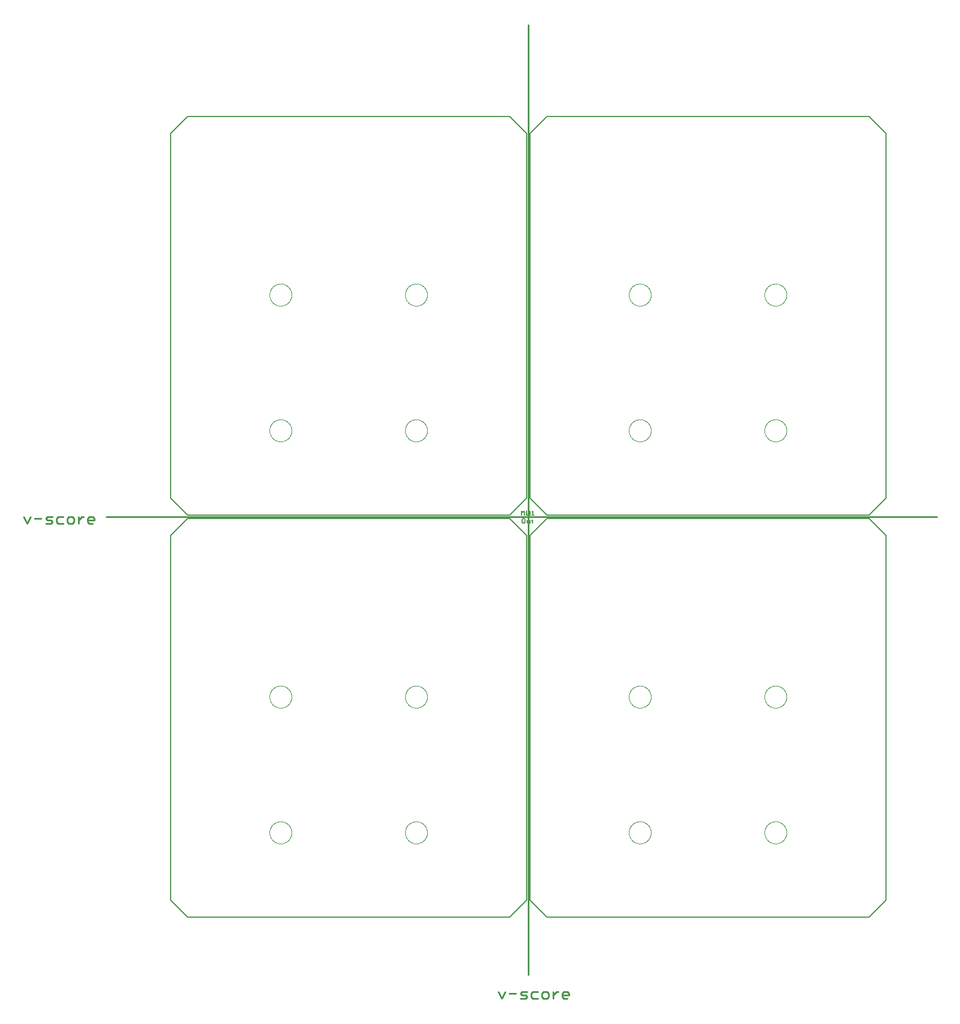
<source format=gko>
G75*
%MOIN*%
%OFA0B0*%
%FSLAX25Y25*%
%IPPOS*%
%LPD*%
%AMOC8*
5,1,8,0,0,1.08239X$1,22.5*
%
%ADD10C,0.01000*%
%ADD11C,0.00500*%
%ADD12C,0.01100*%
%ADD13C,0.00800*%
%ADD14C,0.00000*%
D10*
X0052355Y0298524D02*
X0542355Y0298524D01*
X0301355Y0028524D02*
X0301355Y0588524D01*
D11*
X0300641Y0302443D02*
X0300641Y0302026D01*
X0300641Y0301192D02*
X0300641Y0299524D01*
X0300224Y0299524D02*
X0301058Y0299524D01*
X0302066Y0299524D02*
X0302900Y0299524D01*
X0302483Y0299524D02*
X0302483Y0302026D01*
X0302066Y0302026D01*
X0300641Y0301192D02*
X0300224Y0301192D01*
X0299130Y0302026D02*
X0299130Y0299524D01*
X0297462Y0299524D02*
X0297462Y0302026D01*
X0298296Y0301192D01*
X0299130Y0302026D01*
X0299173Y0297526D02*
X0298339Y0297526D01*
X0297922Y0297109D01*
X0297922Y0295441D01*
X0298339Y0295024D01*
X0299173Y0295024D01*
X0299590Y0295441D01*
X0299590Y0297109D01*
X0299173Y0297526D01*
X0300685Y0296692D02*
X0300685Y0295441D01*
X0301102Y0295024D01*
X0302353Y0295024D01*
X0302353Y0296692D01*
X0303447Y0296692D02*
X0304281Y0296692D01*
X0303864Y0297109D02*
X0303864Y0295441D01*
X0304281Y0295024D01*
X0304324Y0299524D02*
X0304324Y0302026D01*
X0303907Y0302026D01*
X0303907Y0299524D02*
X0304741Y0299524D01*
D12*
X0304204Y0018510D02*
X0303220Y0017526D01*
X0303220Y0015558D01*
X0304204Y0014574D01*
X0307157Y0014574D01*
X0309665Y0015558D02*
X0310649Y0014574D01*
X0312618Y0014574D01*
X0313602Y0015558D01*
X0313602Y0017526D01*
X0312618Y0018510D01*
X0310649Y0018510D01*
X0309665Y0017526D01*
X0309665Y0015558D01*
X0307157Y0018510D02*
X0304204Y0018510D01*
X0300711Y0018510D02*
X0297758Y0018510D01*
X0296774Y0017526D01*
X0297758Y0016542D01*
X0299727Y0016542D01*
X0300711Y0015558D01*
X0299727Y0014574D01*
X0296774Y0014574D01*
X0294266Y0017526D02*
X0290329Y0017526D01*
X0287820Y0018510D02*
X0285852Y0014574D01*
X0283883Y0018510D01*
X0316111Y0018510D02*
X0316111Y0014574D01*
X0316111Y0016542D02*
X0318079Y0018510D01*
X0319063Y0018510D01*
X0321482Y0017526D02*
X0322466Y0018510D01*
X0324435Y0018510D01*
X0325419Y0017526D01*
X0325419Y0016542D01*
X0321482Y0016542D01*
X0321482Y0015558D02*
X0321482Y0017526D01*
X0321482Y0015558D02*
X0322466Y0014574D01*
X0324435Y0014574D01*
X0044435Y0294574D02*
X0042466Y0294574D01*
X0041482Y0295558D01*
X0041482Y0297526D01*
X0042466Y0298510D01*
X0044435Y0298510D01*
X0045419Y0297526D01*
X0045419Y0296542D01*
X0041482Y0296542D01*
X0039063Y0298510D02*
X0038079Y0298510D01*
X0036111Y0296542D01*
X0036111Y0294574D02*
X0036111Y0298510D01*
X0033602Y0297526D02*
X0032618Y0298510D01*
X0030649Y0298510D01*
X0029665Y0297526D01*
X0029665Y0295558D01*
X0030649Y0294574D01*
X0032618Y0294574D01*
X0033602Y0295558D01*
X0033602Y0297526D01*
X0027157Y0298510D02*
X0024204Y0298510D01*
X0023220Y0297526D01*
X0023220Y0295558D01*
X0024204Y0294574D01*
X0027157Y0294574D01*
X0020711Y0295558D02*
X0019727Y0296542D01*
X0017758Y0296542D01*
X0016774Y0297526D01*
X0017758Y0298510D01*
X0020711Y0298510D01*
X0020711Y0295558D02*
X0019727Y0294574D01*
X0016774Y0294574D01*
X0014266Y0297526D02*
X0010329Y0297526D01*
X0007820Y0298510D02*
X0005852Y0294574D01*
X0003883Y0298510D01*
D13*
X0090355Y0072524D02*
X0100355Y0062524D01*
X0290355Y0062524D01*
X0300355Y0072524D01*
X0300355Y0287524D01*
X0290355Y0297524D01*
X0100355Y0297524D01*
X0090355Y0287524D01*
X0090355Y0072524D01*
X0100355Y0299524D02*
X0090355Y0309524D01*
X0090355Y0524524D01*
X0100355Y0534524D01*
X0290355Y0534524D01*
X0300355Y0524524D01*
X0300355Y0309524D01*
X0290355Y0299524D01*
X0100355Y0299524D01*
X0302355Y0309524D02*
X0312355Y0299524D01*
X0502355Y0299524D01*
X0512355Y0309524D01*
X0512355Y0524524D01*
X0502355Y0534524D01*
X0312355Y0534524D01*
X0302355Y0524524D01*
X0302355Y0309524D01*
X0312355Y0297524D02*
X0502355Y0297524D01*
X0512355Y0287524D01*
X0512355Y0072524D01*
X0502355Y0062524D01*
X0312355Y0062524D01*
X0302355Y0072524D01*
X0302355Y0287524D01*
X0312355Y0297524D01*
D14*
X0360855Y0349524D02*
X0360857Y0349685D01*
X0360863Y0349845D01*
X0360873Y0350006D01*
X0360887Y0350166D01*
X0360905Y0350326D01*
X0360926Y0350485D01*
X0360952Y0350644D01*
X0360982Y0350802D01*
X0361015Y0350959D01*
X0361053Y0351116D01*
X0361094Y0351271D01*
X0361139Y0351425D01*
X0361188Y0351578D01*
X0361241Y0351730D01*
X0361297Y0351881D01*
X0361358Y0352030D01*
X0361421Y0352178D01*
X0361489Y0352324D01*
X0361560Y0352468D01*
X0361634Y0352610D01*
X0361712Y0352751D01*
X0361794Y0352889D01*
X0361879Y0353026D01*
X0361967Y0353160D01*
X0362059Y0353292D01*
X0362154Y0353422D01*
X0362252Y0353550D01*
X0362353Y0353675D01*
X0362457Y0353797D01*
X0362564Y0353917D01*
X0362674Y0354034D01*
X0362787Y0354149D01*
X0362903Y0354260D01*
X0363022Y0354369D01*
X0363143Y0354474D01*
X0363267Y0354577D01*
X0363393Y0354677D01*
X0363521Y0354773D01*
X0363652Y0354866D01*
X0363786Y0354956D01*
X0363921Y0355043D01*
X0364059Y0355126D01*
X0364198Y0355206D01*
X0364340Y0355282D01*
X0364483Y0355355D01*
X0364628Y0355424D01*
X0364775Y0355490D01*
X0364923Y0355552D01*
X0365073Y0355610D01*
X0365224Y0355665D01*
X0365377Y0355716D01*
X0365531Y0355763D01*
X0365686Y0355806D01*
X0365842Y0355845D01*
X0365998Y0355881D01*
X0366156Y0355912D01*
X0366314Y0355940D01*
X0366473Y0355964D01*
X0366633Y0355984D01*
X0366793Y0356000D01*
X0366953Y0356012D01*
X0367114Y0356020D01*
X0367275Y0356024D01*
X0367435Y0356024D01*
X0367596Y0356020D01*
X0367757Y0356012D01*
X0367917Y0356000D01*
X0368077Y0355984D01*
X0368237Y0355964D01*
X0368396Y0355940D01*
X0368554Y0355912D01*
X0368712Y0355881D01*
X0368868Y0355845D01*
X0369024Y0355806D01*
X0369179Y0355763D01*
X0369333Y0355716D01*
X0369486Y0355665D01*
X0369637Y0355610D01*
X0369787Y0355552D01*
X0369935Y0355490D01*
X0370082Y0355424D01*
X0370227Y0355355D01*
X0370370Y0355282D01*
X0370512Y0355206D01*
X0370651Y0355126D01*
X0370789Y0355043D01*
X0370924Y0354956D01*
X0371058Y0354866D01*
X0371189Y0354773D01*
X0371317Y0354677D01*
X0371443Y0354577D01*
X0371567Y0354474D01*
X0371688Y0354369D01*
X0371807Y0354260D01*
X0371923Y0354149D01*
X0372036Y0354034D01*
X0372146Y0353917D01*
X0372253Y0353797D01*
X0372357Y0353675D01*
X0372458Y0353550D01*
X0372556Y0353422D01*
X0372651Y0353292D01*
X0372743Y0353160D01*
X0372831Y0353026D01*
X0372916Y0352889D01*
X0372998Y0352751D01*
X0373076Y0352610D01*
X0373150Y0352468D01*
X0373221Y0352324D01*
X0373289Y0352178D01*
X0373352Y0352030D01*
X0373413Y0351881D01*
X0373469Y0351730D01*
X0373522Y0351578D01*
X0373571Y0351425D01*
X0373616Y0351271D01*
X0373657Y0351116D01*
X0373695Y0350959D01*
X0373728Y0350802D01*
X0373758Y0350644D01*
X0373784Y0350485D01*
X0373805Y0350326D01*
X0373823Y0350166D01*
X0373837Y0350006D01*
X0373847Y0349845D01*
X0373853Y0349685D01*
X0373855Y0349524D01*
X0373853Y0349363D01*
X0373847Y0349203D01*
X0373837Y0349042D01*
X0373823Y0348882D01*
X0373805Y0348722D01*
X0373784Y0348563D01*
X0373758Y0348404D01*
X0373728Y0348246D01*
X0373695Y0348089D01*
X0373657Y0347932D01*
X0373616Y0347777D01*
X0373571Y0347623D01*
X0373522Y0347470D01*
X0373469Y0347318D01*
X0373413Y0347167D01*
X0373352Y0347018D01*
X0373289Y0346870D01*
X0373221Y0346724D01*
X0373150Y0346580D01*
X0373076Y0346438D01*
X0372998Y0346297D01*
X0372916Y0346159D01*
X0372831Y0346022D01*
X0372743Y0345888D01*
X0372651Y0345756D01*
X0372556Y0345626D01*
X0372458Y0345498D01*
X0372357Y0345373D01*
X0372253Y0345251D01*
X0372146Y0345131D01*
X0372036Y0345014D01*
X0371923Y0344899D01*
X0371807Y0344788D01*
X0371688Y0344679D01*
X0371567Y0344574D01*
X0371443Y0344471D01*
X0371317Y0344371D01*
X0371189Y0344275D01*
X0371058Y0344182D01*
X0370924Y0344092D01*
X0370789Y0344005D01*
X0370651Y0343922D01*
X0370512Y0343842D01*
X0370370Y0343766D01*
X0370227Y0343693D01*
X0370082Y0343624D01*
X0369935Y0343558D01*
X0369787Y0343496D01*
X0369637Y0343438D01*
X0369486Y0343383D01*
X0369333Y0343332D01*
X0369179Y0343285D01*
X0369024Y0343242D01*
X0368868Y0343203D01*
X0368712Y0343167D01*
X0368554Y0343136D01*
X0368396Y0343108D01*
X0368237Y0343084D01*
X0368077Y0343064D01*
X0367917Y0343048D01*
X0367757Y0343036D01*
X0367596Y0343028D01*
X0367435Y0343024D01*
X0367275Y0343024D01*
X0367114Y0343028D01*
X0366953Y0343036D01*
X0366793Y0343048D01*
X0366633Y0343064D01*
X0366473Y0343084D01*
X0366314Y0343108D01*
X0366156Y0343136D01*
X0365998Y0343167D01*
X0365842Y0343203D01*
X0365686Y0343242D01*
X0365531Y0343285D01*
X0365377Y0343332D01*
X0365224Y0343383D01*
X0365073Y0343438D01*
X0364923Y0343496D01*
X0364775Y0343558D01*
X0364628Y0343624D01*
X0364483Y0343693D01*
X0364340Y0343766D01*
X0364198Y0343842D01*
X0364059Y0343922D01*
X0363921Y0344005D01*
X0363786Y0344092D01*
X0363652Y0344182D01*
X0363521Y0344275D01*
X0363393Y0344371D01*
X0363267Y0344471D01*
X0363143Y0344574D01*
X0363022Y0344679D01*
X0362903Y0344788D01*
X0362787Y0344899D01*
X0362674Y0345014D01*
X0362564Y0345131D01*
X0362457Y0345251D01*
X0362353Y0345373D01*
X0362252Y0345498D01*
X0362154Y0345626D01*
X0362059Y0345756D01*
X0361967Y0345888D01*
X0361879Y0346022D01*
X0361794Y0346159D01*
X0361712Y0346297D01*
X0361634Y0346438D01*
X0361560Y0346580D01*
X0361489Y0346724D01*
X0361421Y0346870D01*
X0361358Y0347018D01*
X0361297Y0347167D01*
X0361241Y0347318D01*
X0361188Y0347470D01*
X0361139Y0347623D01*
X0361094Y0347777D01*
X0361053Y0347932D01*
X0361015Y0348089D01*
X0360982Y0348246D01*
X0360952Y0348404D01*
X0360926Y0348563D01*
X0360905Y0348722D01*
X0360887Y0348882D01*
X0360873Y0349042D01*
X0360863Y0349203D01*
X0360857Y0349363D01*
X0360855Y0349524D01*
X0360855Y0429524D02*
X0360857Y0429685D01*
X0360863Y0429845D01*
X0360873Y0430006D01*
X0360887Y0430166D01*
X0360905Y0430326D01*
X0360926Y0430485D01*
X0360952Y0430644D01*
X0360982Y0430802D01*
X0361015Y0430959D01*
X0361053Y0431116D01*
X0361094Y0431271D01*
X0361139Y0431425D01*
X0361188Y0431578D01*
X0361241Y0431730D01*
X0361297Y0431881D01*
X0361358Y0432030D01*
X0361421Y0432178D01*
X0361489Y0432324D01*
X0361560Y0432468D01*
X0361634Y0432610D01*
X0361712Y0432751D01*
X0361794Y0432889D01*
X0361879Y0433026D01*
X0361967Y0433160D01*
X0362059Y0433292D01*
X0362154Y0433422D01*
X0362252Y0433550D01*
X0362353Y0433675D01*
X0362457Y0433797D01*
X0362564Y0433917D01*
X0362674Y0434034D01*
X0362787Y0434149D01*
X0362903Y0434260D01*
X0363022Y0434369D01*
X0363143Y0434474D01*
X0363267Y0434577D01*
X0363393Y0434677D01*
X0363521Y0434773D01*
X0363652Y0434866D01*
X0363786Y0434956D01*
X0363921Y0435043D01*
X0364059Y0435126D01*
X0364198Y0435206D01*
X0364340Y0435282D01*
X0364483Y0435355D01*
X0364628Y0435424D01*
X0364775Y0435490D01*
X0364923Y0435552D01*
X0365073Y0435610D01*
X0365224Y0435665D01*
X0365377Y0435716D01*
X0365531Y0435763D01*
X0365686Y0435806D01*
X0365842Y0435845D01*
X0365998Y0435881D01*
X0366156Y0435912D01*
X0366314Y0435940D01*
X0366473Y0435964D01*
X0366633Y0435984D01*
X0366793Y0436000D01*
X0366953Y0436012D01*
X0367114Y0436020D01*
X0367275Y0436024D01*
X0367435Y0436024D01*
X0367596Y0436020D01*
X0367757Y0436012D01*
X0367917Y0436000D01*
X0368077Y0435984D01*
X0368237Y0435964D01*
X0368396Y0435940D01*
X0368554Y0435912D01*
X0368712Y0435881D01*
X0368868Y0435845D01*
X0369024Y0435806D01*
X0369179Y0435763D01*
X0369333Y0435716D01*
X0369486Y0435665D01*
X0369637Y0435610D01*
X0369787Y0435552D01*
X0369935Y0435490D01*
X0370082Y0435424D01*
X0370227Y0435355D01*
X0370370Y0435282D01*
X0370512Y0435206D01*
X0370651Y0435126D01*
X0370789Y0435043D01*
X0370924Y0434956D01*
X0371058Y0434866D01*
X0371189Y0434773D01*
X0371317Y0434677D01*
X0371443Y0434577D01*
X0371567Y0434474D01*
X0371688Y0434369D01*
X0371807Y0434260D01*
X0371923Y0434149D01*
X0372036Y0434034D01*
X0372146Y0433917D01*
X0372253Y0433797D01*
X0372357Y0433675D01*
X0372458Y0433550D01*
X0372556Y0433422D01*
X0372651Y0433292D01*
X0372743Y0433160D01*
X0372831Y0433026D01*
X0372916Y0432889D01*
X0372998Y0432751D01*
X0373076Y0432610D01*
X0373150Y0432468D01*
X0373221Y0432324D01*
X0373289Y0432178D01*
X0373352Y0432030D01*
X0373413Y0431881D01*
X0373469Y0431730D01*
X0373522Y0431578D01*
X0373571Y0431425D01*
X0373616Y0431271D01*
X0373657Y0431116D01*
X0373695Y0430959D01*
X0373728Y0430802D01*
X0373758Y0430644D01*
X0373784Y0430485D01*
X0373805Y0430326D01*
X0373823Y0430166D01*
X0373837Y0430006D01*
X0373847Y0429845D01*
X0373853Y0429685D01*
X0373855Y0429524D01*
X0373853Y0429363D01*
X0373847Y0429203D01*
X0373837Y0429042D01*
X0373823Y0428882D01*
X0373805Y0428722D01*
X0373784Y0428563D01*
X0373758Y0428404D01*
X0373728Y0428246D01*
X0373695Y0428089D01*
X0373657Y0427932D01*
X0373616Y0427777D01*
X0373571Y0427623D01*
X0373522Y0427470D01*
X0373469Y0427318D01*
X0373413Y0427167D01*
X0373352Y0427018D01*
X0373289Y0426870D01*
X0373221Y0426724D01*
X0373150Y0426580D01*
X0373076Y0426438D01*
X0372998Y0426297D01*
X0372916Y0426159D01*
X0372831Y0426022D01*
X0372743Y0425888D01*
X0372651Y0425756D01*
X0372556Y0425626D01*
X0372458Y0425498D01*
X0372357Y0425373D01*
X0372253Y0425251D01*
X0372146Y0425131D01*
X0372036Y0425014D01*
X0371923Y0424899D01*
X0371807Y0424788D01*
X0371688Y0424679D01*
X0371567Y0424574D01*
X0371443Y0424471D01*
X0371317Y0424371D01*
X0371189Y0424275D01*
X0371058Y0424182D01*
X0370924Y0424092D01*
X0370789Y0424005D01*
X0370651Y0423922D01*
X0370512Y0423842D01*
X0370370Y0423766D01*
X0370227Y0423693D01*
X0370082Y0423624D01*
X0369935Y0423558D01*
X0369787Y0423496D01*
X0369637Y0423438D01*
X0369486Y0423383D01*
X0369333Y0423332D01*
X0369179Y0423285D01*
X0369024Y0423242D01*
X0368868Y0423203D01*
X0368712Y0423167D01*
X0368554Y0423136D01*
X0368396Y0423108D01*
X0368237Y0423084D01*
X0368077Y0423064D01*
X0367917Y0423048D01*
X0367757Y0423036D01*
X0367596Y0423028D01*
X0367435Y0423024D01*
X0367275Y0423024D01*
X0367114Y0423028D01*
X0366953Y0423036D01*
X0366793Y0423048D01*
X0366633Y0423064D01*
X0366473Y0423084D01*
X0366314Y0423108D01*
X0366156Y0423136D01*
X0365998Y0423167D01*
X0365842Y0423203D01*
X0365686Y0423242D01*
X0365531Y0423285D01*
X0365377Y0423332D01*
X0365224Y0423383D01*
X0365073Y0423438D01*
X0364923Y0423496D01*
X0364775Y0423558D01*
X0364628Y0423624D01*
X0364483Y0423693D01*
X0364340Y0423766D01*
X0364198Y0423842D01*
X0364059Y0423922D01*
X0363921Y0424005D01*
X0363786Y0424092D01*
X0363652Y0424182D01*
X0363521Y0424275D01*
X0363393Y0424371D01*
X0363267Y0424471D01*
X0363143Y0424574D01*
X0363022Y0424679D01*
X0362903Y0424788D01*
X0362787Y0424899D01*
X0362674Y0425014D01*
X0362564Y0425131D01*
X0362457Y0425251D01*
X0362353Y0425373D01*
X0362252Y0425498D01*
X0362154Y0425626D01*
X0362059Y0425756D01*
X0361967Y0425888D01*
X0361879Y0426022D01*
X0361794Y0426159D01*
X0361712Y0426297D01*
X0361634Y0426438D01*
X0361560Y0426580D01*
X0361489Y0426724D01*
X0361421Y0426870D01*
X0361358Y0427018D01*
X0361297Y0427167D01*
X0361241Y0427318D01*
X0361188Y0427470D01*
X0361139Y0427623D01*
X0361094Y0427777D01*
X0361053Y0427932D01*
X0361015Y0428089D01*
X0360982Y0428246D01*
X0360952Y0428404D01*
X0360926Y0428563D01*
X0360905Y0428722D01*
X0360887Y0428882D01*
X0360873Y0429042D01*
X0360863Y0429203D01*
X0360857Y0429363D01*
X0360855Y0429524D01*
X0440855Y0429524D02*
X0440857Y0429685D01*
X0440863Y0429845D01*
X0440873Y0430006D01*
X0440887Y0430166D01*
X0440905Y0430326D01*
X0440926Y0430485D01*
X0440952Y0430644D01*
X0440982Y0430802D01*
X0441015Y0430959D01*
X0441053Y0431116D01*
X0441094Y0431271D01*
X0441139Y0431425D01*
X0441188Y0431578D01*
X0441241Y0431730D01*
X0441297Y0431881D01*
X0441358Y0432030D01*
X0441421Y0432178D01*
X0441489Y0432324D01*
X0441560Y0432468D01*
X0441634Y0432610D01*
X0441712Y0432751D01*
X0441794Y0432889D01*
X0441879Y0433026D01*
X0441967Y0433160D01*
X0442059Y0433292D01*
X0442154Y0433422D01*
X0442252Y0433550D01*
X0442353Y0433675D01*
X0442457Y0433797D01*
X0442564Y0433917D01*
X0442674Y0434034D01*
X0442787Y0434149D01*
X0442903Y0434260D01*
X0443022Y0434369D01*
X0443143Y0434474D01*
X0443267Y0434577D01*
X0443393Y0434677D01*
X0443521Y0434773D01*
X0443652Y0434866D01*
X0443786Y0434956D01*
X0443921Y0435043D01*
X0444059Y0435126D01*
X0444198Y0435206D01*
X0444340Y0435282D01*
X0444483Y0435355D01*
X0444628Y0435424D01*
X0444775Y0435490D01*
X0444923Y0435552D01*
X0445073Y0435610D01*
X0445224Y0435665D01*
X0445377Y0435716D01*
X0445531Y0435763D01*
X0445686Y0435806D01*
X0445842Y0435845D01*
X0445998Y0435881D01*
X0446156Y0435912D01*
X0446314Y0435940D01*
X0446473Y0435964D01*
X0446633Y0435984D01*
X0446793Y0436000D01*
X0446953Y0436012D01*
X0447114Y0436020D01*
X0447275Y0436024D01*
X0447435Y0436024D01*
X0447596Y0436020D01*
X0447757Y0436012D01*
X0447917Y0436000D01*
X0448077Y0435984D01*
X0448237Y0435964D01*
X0448396Y0435940D01*
X0448554Y0435912D01*
X0448712Y0435881D01*
X0448868Y0435845D01*
X0449024Y0435806D01*
X0449179Y0435763D01*
X0449333Y0435716D01*
X0449486Y0435665D01*
X0449637Y0435610D01*
X0449787Y0435552D01*
X0449935Y0435490D01*
X0450082Y0435424D01*
X0450227Y0435355D01*
X0450370Y0435282D01*
X0450512Y0435206D01*
X0450651Y0435126D01*
X0450789Y0435043D01*
X0450924Y0434956D01*
X0451058Y0434866D01*
X0451189Y0434773D01*
X0451317Y0434677D01*
X0451443Y0434577D01*
X0451567Y0434474D01*
X0451688Y0434369D01*
X0451807Y0434260D01*
X0451923Y0434149D01*
X0452036Y0434034D01*
X0452146Y0433917D01*
X0452253Y0433797D01*
X0452357Y0433675D01*
X0452458Y0433550D01*
X0452556Y0433422D01*
X0452651Y0433292D01*
X0452743Y0433160D01*
X0452831Y0433026D01*
X0452916Y0432889D01*
X0452998Y0432751D01*
X0453076Y0432610D01*
X0453150Y0432468D01*
X0453221Y0432324D01*
X0453289Y0432178D01*
X0453352Y0432030D01*
X0453413Y0431881D01*
X0453469Y0431730D01*
X0453522Y0431578D01*
X0453571Y0431425D01*
X0453616Y0431271D01*
X0453657Y0431116D01*
X0453695Y0430959D01*
X0453728Y0430802D01*
X0453758Y0430644D01*
X0453784Y0430485D01*
X0453805Y0430326D01*
X0453823Y0430166D01*
X0453837Y0430006D01*
X0453847Y0429845D01*
X0453853Y0429685D01*
X0453855Y0429524D01*
X0453853Y0429363D01*
X0453847Y0429203D01*
X0453837Y0429042D01*
X0453823Y0428882D01*
X0453805Y0428722D01*
X0453784Y0428563D01*
X0453758Y0428404D01*
X0453728Y0428246D01*
X0453695Y0428089D01*
X0453657Y0427932D01*
X0453616Y0427777D01*
X0453571Y0427623D01*
X0453522Y0427470D01*
X0453469Y0427318D01*
X0453413Y0427167D01*
X0453352Y0427018D01*
X0453289Y0426870D01*
X0453221Y0426724D01*
X0453150Y0426580D01*
X0453076Y0426438D01*
X0452998Y0426297D01*
X0452916Y0426159D01*
X0452831Y0426022D01*
X0452743Y0425888D01*
X0452651Y0425756D01*
X0452556Y0425626D01*
X0452458Y0425498D01*
X0452357Y0425373D01*
X0452253Y0425251D01*
X0452146Y0425131D01*
X0452036Y0425014D01*
X0451923Y0424899D01*
X0451807Y0424788D01*
X0451688Y0424679D01*
X0451567Y0424574D01*
X0451443Y0424471D01*
X0451317Y0424371D01*
X0451189Y0424275D01*
X0451058Y0424182D01*
X0450924Y0424092D01*
X0450789Y0424005D01*
X0450651Y0423922D01*
X0450512Y0423842D01*
X0450370Y0423766D01*
X0450227Y0423693D01*
X0450082Y0423624D01*
X0449935Y0423558D01*
X0449787Y0423496D01*
X0449637Y0423438D01*
X0449486Y0423383D01*
X0449333Y0423332D01*
X0449179Y0423285D01*
X0449024Y0423242D01*
X0448868Y0423203D01*
X0448712Y0423167D01*
X0448554Y0423136D01*
X0448396Y0423108D01*
X0448237Y0423084D01*
X0448077Y0423064D01*
X0447917Y0423048D01*
X0447757Y0423036D01*
X0447596Y0423028D01*
X0447435Y0423024D01*
X0447275Y0423024D01*
X0447114Y0423028D01*
X0446953Y0423036D01*
X0446793Y0423048D01*
X0446633Y0423064D01*
X0446473Y0423084D01*
X0446314Y0423108D01*
X0446156Y0423136D01*
X0445998Y0423167D01*
X0445842Y0423203D01*
X0445686Y0423242D01*
X0445531Y0423285D01*
X0445377Y0423332D01*
X0445224Y0423383D01*
X0445073Y0423438D01*
X0444923Y0423496D01*
X0444775Y0423558D01*
X0444628Y0423624D01*
X0444483Y0423693D01*
X0444340Y0423766D01*
X0444198Y0423842D01*
X0444059Y0423922D01*
X0443921Y0424005D01*
X0443786Y0424092D01*
X0443652Y0424182D01*
X0443521Y0424275D01*
X0443393Y0424371D01*
X0443267Y0424471D01*
X0443143Y0424574D01*
X0443022Y0424679D01*
X0442903Y0424788D01*
X0442787Y0424899D01*
X0442674Y0425014D01*
X0442564Y0425131D01*
X0442457Y0425251D01*
X0442353Y0425373D01*
X0442252Y0425498D01*
X0442154Y0425626D01*
X0442059Y0425756D01*
X0441967Y0425888D01*
X0441879Y0426022D01*
X0441794Y0426159D01*
X0441712Y0426297D01*
X0441634Y0426438D01*
X0441560Y0426580D01*
X0441489Y0426724D01*
X0441421Y0426870D01*
X0441358Y0427018D01*
X0441297Y0427167D01*
X0441241Y0427318D01*
X0441188Y0427470D01*
X0441139Y0427623D01*
X0441094Y0427777D01*
X0441053Y0427932D01*
X0441015Y0428089D01*
X0440982Y0428246D01*
X0440952Y0428404D01*
X0440926Y0428563D01*
X0440905Y0428722D01*
X0440887Y0428882D01*
X0440873Y0429042D01*
X0440863Y0429203D01*
X0440857Y0429363D01*
X0440855Y0429524D01*
X0440855Y0349524D02*
X0440857Y0349685D01*
X0440863Y0349845D01*
X0440873Y0350006D01*
X0440887Y0350166D01*
X0440905Y0350326D01*
X0440926Y0350485D01*
X0440952Y0350644D01*
X0440982Y0350802D01*
X0441015Y0350959D01*
X0441053Y0351116D01*
X0441094Y0351271D01*
X0441139Y0351425D01*
X0441188Y0351578D01*
X0441241Y0351730D01*
X0441297Y0351881D01*
X0441358Y0352030D01*
X0441421Y0352178D01*
X0441489Y0352324D01*
X0441560Y0352468D01*
X0441634Y0352610D01*
X0441712Y0352751D01*
X0441794Y0352889D01*
X0441879Y0353026D01*
X0441967Y0353160D01*
X0442059Y0353292D01*
X0442154Y0353422D01*
X0442252Y0353550D01*
X0442353Y0353675D01*
X0442457Y0353797D01*
X0442564Y0353917D01*
X0442674Y0354034D01*
X0442787Y0354149D01*
X0442903Y0354260D01*
X0443022Y0354369D01*
X0443143Y0354474D01*
X0443267Y0354577D01*
X0443393Y0354677D01*
X0443521Y0354773D01*
X0443652Y0354866D01*
X0443786Y0354956D01*
X0443921Y0355043D01*
X0444059Y0355126D01*
X0444198Y0355206D01*
X0444340Y0355282D01*
X0444483Y0355355D01*
X0444628Y0355424D01*
X0444775Y0355490D01*
X0444923Y0355552D01*
X0445073Y0355610D01*
X0445224Y0355665D01*
X0445377Y0355716D01*
X0445531Y0355763D01*
X0445686Y0355806D01*
X0445842Y0355845D01*
X0445998Y0355881D01*
X0446156Y0355912D01*
X0446314Y0355940D01*
X0446473Y0355964D01*
X0446633Y0355984D01*
X0446793Y0356000D01*
X0446953Y0356012D01*
X0447114Y0356020D01*
X0447275Y0356024D01*
X0447435Y0356024D01*
X0447596Y0356020D01*
X0447757Y0356012D01*
X0447917Y0356000D01*
X0448077Y0355984D01*
X0448237Y0355964D01*
X0448396Y0355940D01*
X0448554Y0355912D01*
X0448712Y0355881D01*
X0448868Y0355845D01*
X0449024Y0355806D01*
X0449179Y0355763D01*
X0449333Y0355716D01*
X0449486Y0355665D01*
X0449637Y0355610D01*
X0449787Y0355552D01*
X0449935Y0355490D01*
X0450082Y0355424D01*
X0450227Y0355355D01*
X0450370Y0355282D01*
X0450512Y0355206D01*
X0450651Y0355126D01*
X0450789Y0355043D01*
X0450924Y0354956D01*
X0451058Y0354866D01*
X0451189Y0354773D01*
X0451317Y0354677D01*
X0451443Y0354577D01*
X0451567Y0354474D01*
X0451688Y0354369D01*
X0451807Y0354260D01*
X0451923Y0354149D01*
X0452036Y0354034D01*
X0452146Y0353917D01*
X0452253Y0353797D01*
X0452357Y0353675D01*
X0452458Y0353550D01*
X0452556Y0353422D01*
X0452651Y0353292D01*
X0452743Y0353160D01*
X0452831Y0353026D01*
X0452916Y0352889D01*
X0452998Y0352751D01*
X0453076Y0352610D01*
X0453150Y0352468D01*
X0453221Y0352324D01*
X0453289Y0352178D01*
X0453352Y0352030D01*
X0453413Y0351881D01*
X0453469Y0351730D01*
X0453522Y0351578D01*
X0453571Y0351425D01*
X0453616Y0351271D01*
X0453657Y0351116D01*
X0453695Y0350959D01*
X0453728Y0350802D01*
X0453758Y0350644D01*
X0453784Y0350485D01*
X0453805Y0350326D01*
X0453823Y0350166D01*
X0453837Y0350006D01*
X0453847Y0349845D01*
X0453853Y0349685D01*
X0453855Y0349524D01*
X0453853Y0349363D01*
X0453847Y0349203D01*
X0453837Y0349042D01*
X0453823Y0348882D01*
X0453805Y0348722D01*
X0453784Y0348563D01*
X0453758Y0348404D01*
X0453728Y0348246D01*
X0453695Y0348089D01*
X0453657Y0347932D01*
X0453616Y0347777D01*
X0453571Y0347623D01*
X0453522Y0347470D01*
X0453469Y0347318D01*
X0453413Y0347167D01*
X0453352Y0347018D01*
X0453289Y0346870D01*
X0453221Y0346724D01*
X0453150Y0346580D01*
X0453076Y0346438D01*
X0452998Y0346297D01*
X0452916Y0346159D01*
X0452831Y0346022D01*
X0452743Y0345888D01*
X0452651Y0345756D01*
X0452556Y0345626D01*
X0452458Y0345498D01*
X0452357Y0345373D01*
X0452253Y0345251D01*
X0452146Y0345131D01*
X0452036Y0345014D01*
X0451923Y0344899D01*
X0451807Y0344788D01*
X0451688Y0344679D01*
X0451567Y0344574D01*
X0451443Y0344471D01*
X0451317Y0344371D01*
X0451189Y0344275D01*
X0451058Y0344182D01*
X0450924Y0344092D01*
X0450789Y0344005D01*
X0450651Y0343922D01*
X0450512Y0343842D01*
X0450370Y0343766D01*
X0450227Y0343693D01*
X0450082Y0343624D01*
X0449935Y0343558D01*
X0449787Y0343496D01*
X0449637Y0343438D01*
X0449486Y0343383D01*
X0449333Y0343332D01*
X0449179Y0343285D01*
X0449024Y0343242D01*
X0448868Y0343203D01*
X0448712Y0343167D01*
X0448554Y0343136D01*
X0448396Y0343108D01*
X0448237Y0343084D01*
X0448077Y0343064D01*
X0447917Y0343048D01*
X0447757Y0343036D01*
X0447596Y0343028D01*
X0447435Y0343024D01*
X0447275Y0343024D01*
X0447114Y0343028D01*
X0446953Y0343036D01*
X0446793Y0343048D01*
X0446633Y0343064D01*
X0446473Y0343084D01*
X0446314Y0343108D01*
X0446156Y0343136D01*
X0445998Y0343167D01*
X0445842Y0343203D01*
X0445686Y0343242D01*
X0445531Y0343285D01*
X0445377Y0343332D01*
X0445224Y0343383D01*
X0445073Y0343438D01*
X0444923Y0343496D01*
X0444775Y0343558D01*
X0444628Y0343624D01*
X0444483Y0343693D01*
X0444340Y0343766D01*
X0444198Y0343842D01*
X0444059Y0343922D01*
X0443921Y0344005D01*
X0443786Y0344092D01*
X0443652Y0344182D01*
X0443521Y0344275D01*
X0443393Y0344371D01*
X0443267Y0344471D01*
X0443143Y0344574D01*
X0443022Y0344679D01*
X0442903Y0344788D01*
X0442787Y0344899D01*
X0442674Y0345014D01*
X0442564Y0345131D01*
X0442457Y0345251D01*
X0442353Y0345373D01*
X0442252Y0345498D01*
X0442154Y0345626D01*
X0442059Y0345756D01*
X0441967Y0345888D01*
X0441879Y0346022D01*
X0441794Y0346159D01*
X0441712Y0346297D01*
X0441634Y0346438D01*
X0441560Y0346580D01*
X0441489Y0346724D01*
X0441421Y0346870D01*
X0441358Y0347018D01*
X0441297Y0347167D01*
X0441241Y0347318D01*
X0441188Y0347470D01*
X0441139Y0347623D01*
X0441094Y0347777D01*
X0441053Y0347932D01*
X0441015Y0348089D01*
X0440982Y0348246D01*
X0440952Y0348404D01*
X0440926Y0348563D01*
X0440905Y0348722D01*
X0440887Y0348882D01*
X0440873Y0349042D01*
X0440863Y0349203D01*
X0440857Y0349363D01*
X0440855Y0349524D01*
X0440855Y0192524D02*
X0440857Y0192685D01*
X0440863Y0192845D01*
X0440873Y0193006D01*
X0440887Y0193166D01*
X0440905Y0193326D01*
X0440926Y0193485D01*
X0440952Y0193644D01*
X0440982Y0193802D01*
X0441015Y0193959D01*
X0441053Y0194116D01*
X0441094Y0194271D01*
X0441139Y0194425D01*
X0441188Y0194578D01*
X0441241Y0194730D01*
X0441297Y0194881D01*
X0441358Y0195030D01*
X0441421Y0195178D01*
X0441489Y0195324D01*
X0441560Y0195468D01*
X0441634Y0195610D01*
X0441712Y0195751D01*
X0441794Y0195889D01*
X0441879Y0196026D01*
X0441967Y0196160D01*
X0442059Y0196292D01*
X0442154Y0196422D01*
X0442252Y0196550D01*
X0442353Y0196675D01*
X0442457Y0196797D01*
X0442564Y0196917D01*
X0442674Y0197034D01*
X0442787Y0197149D01*
X0442903Y0197260D01*
X0443022Y0197369D01*
X0443143Y0197474D01*
X0443267Y0197577D01*
X0443393Y0197677D01*
X0443521Y0197773D01*
X0443652Y0197866D01*
X0443786Y0197956D01*
X0443921Y0198043D01*
X0444059Y0198126D01*
X0444198Y0198206D01*
X0444340Y0198282D01*
X0444483Y0198355D01*
X0444628Y0198424D01*
X0444775Y0198490D01*
X0444923Y0198552D01*
X0445073Y0198610D01*
X0445224Y0198665D01*
X0445377Y0198716D01*
X0445531Y0198763D01*
X0445686Y0198806D01*
X0445842Y0198845D01*
X0445998Y0198881D01*
X0446156Y0198912D01*
X0446314Y0198940D01*
X0446473Y0198964D01*
X0446633Y0198984D01*
X0446793Y0199000D01*
X0446953Y0199012D01*
X0447114Y0199020D01*
X0447275Y0199024D01*
X0447435Y0199024D01*
X0447596Y0199020D01*
X0447757Y0199012D01*
X0447917Y0199000D01*
X0448077Y0198984D01*
X0448237Y0198964D01*
X0448396Y0198940D01*
X0448554Y0198912D01*
X0448712Y0198881D01*
X0448868Y0198845D01*
X0449024Y0198806D01*
X0449179Y0198763D01*
X0449333Y0198716D01*
X0449486Y0198665D01*
X0449637Y0198610D01*
X0449787Y0198552D01*
X0449935Y0198490D01*
X0450082Y0198424D01*
X0450227Y0198355D01*
X0450370Y0198282D01*
X0450512Y0198206D01*
X0450651Y0198126D01*
X0450789Y0198043D01*
X0450924Y0197956D01*
X0451058Y0197866D01*
X0451189Y0197773D01*
X0451317Y0197677D01*
X0451443Y0197577D01*
X0451567Y0197474D01*
X0451688Y0197369D01*
X0451807Y0197260D01*
X0451923Y0197149D01*
X0452036Y0197034D01*
X0452146Y0196917D01*
X0452253Y0196797D01*
X0452357Y0196675D01*
X0452458Y0196550D01*
X0452556Y0196422D01*
X0452651Y0196292D01*
X0452743Y0196160D01*
X0452831Y0196026D01*
X0452916Y0195889D01*
X0452998Y0195751D01*
X0453076Y0195610D01*
X0453150Y0195468D01*
X0453221Y0195324D01*
X0453289Y0195178D01*
X0453352Y0195030D01*
X0453413Y0194881D01*
X0453469Y0194730D01*
X0453522Y0194578D01*
X0453571Y0194425D01*
X0453616Y0194271D01*
X0453657Y0194116D01*
X0453695Y0193959D01*
X0453728Y0193802D01*
X0453758Y0193644D01*
X0453784Y0193485D01*
X0453805Y0193326D01*
X0453823Y0193166D01*
X0453837Y0193006D01*
X0453847Y0192845D01*
X0453853Y0192685D01*
X0453855Y0192524D01*
X0453853Y0192363D01*
X0453847Y0192203D01*
X0453837Y0192042D01*
X0453823Y0191882D01*
X0453805Y0191722D01*
X0453784Y0191563D01*
X0453758Y0191404D01*
X0453728Y0191246D01*
X0453695Y0191089D01*
X0453657Y0190932D01*
X0453616Y0190777D01*
X0453571Y0190623D01*
X0453522Y0190470D01*
X0453469Y0190318D01*
X0453413Y0190167D01*
X0453352Y0190018D01*
X0453289Y0189870D01*
X0453221Y0189724D01*
X0453150Y0189580D01*
X0453076Y0189438D01*
X0452998Y0189297D01*
X0452916Y0189159D01*
X0452831Y0189022D01*
X0452743Y0188888D01*
X0452651Y0188756D01*
X0452556Y0188626D01*
X0452458Y0188498D01*
X0452357Y0188373D01*
X0452253Y0188251D01*
X0452146Y0188131D01*
X0452036Y0188014D01*
X0451923Y0187899D01*
X0451807Y0187788D01*
X0451688Y0187679D01*
X0451567Y0187574D01*
X0451443Y0187471D01*
X0451317Y0187371D01*
X0451189Y0187275D01*
X0451058Y0187182D01*
X0450924Y0187092D01*
X0450789Y0187005D01*
X0450651Y0186922D01*
X0450512Y0186842D01*
X0450370Y0186766D01*
X0450227Y0186693D01*
X0450082Y0186624D01*
X0449935Y0186558D01*
X0449787Y0186496D01*
X0449637Y0186438D01*
X0449486Y0186383D01*
X0449333Y0186332D01*
X0449179Y0186285D01*
X0449024Y0186242D01*
X0448868Y0186203D01*
X0448712Y0186167D01*
X0448554Y0186136D01*
X0448396Y0186108D01*
X0448237Y0186084D01*
X0448077Y0186064D01*
X0447917Y0186048D01*
X0447757Y0186036D01*
X0447596Y0186028D01*
X0447435Y0186024D01*
X0447275Y0186024D01*
X0447114Y0186028D01*
X0446953Y0186036D01*
X0446793Y0186048D01*
X0446633Y0186064D01*
X0446473Y0186084D01*
X0446314Y0186108D01*
X0446156Y0186136D01*
X0445998Y0186167D01*
X0445842Y0186203D01*
X0445686Y0186242D01*
X0445531Y0186285D01*
X0445377Y0186332D01*
X0445224Y0186383D01*
X0445073Y0186438D01*
X0444923Y0186496D01*
X0444775Y0186558D01*
X0444628Y0186624D01*
X0444483Y0186693D01*
X0444340Y0186766D01*
X0444198Y0186842D01*
X0444059Y0186922D01*
X0443921Y0187005D01*
X0443786Y0187092D01*
X0443652Y0187182D01*
X0443521Y0187275D01*
X0443393Y0187371D01*
X0443267Y0187471D01*
X0443143Y0187574D01*
X0443022Y0187679D01*
X0442903Y0187788D01*
X0442787Y0187899D01*
X0442674Y0188014D01*
X0442564Y0188131D01*
X0442457Y0188251D01*
X0442353Y0188373D01*
X0442252Y0188498D01*
X0442154Y0188626D01*
X0442059Y0188756D01*
X0441967Y0188888D01*
X0441879Y0189022D01*
X0441794Y0189159D01*
X0441712Y0189297D01*
X0441634Y0189438D01*
X0441560Y0189580D01*
X0441489Y0189724D01*
X0441421Y0189870D01*
X0441358Y0190018D01*
X0441297Y0190167D01*
X0441241Y0190318D01*
X0441188Y0190470D01*
X0441139Y0190623D01*
X0441094Y0190777D01*
X0441053Y0190932D01*
X0441015Y0191089D01*
X0440982Y0191246D01*
X0440952Y0191404D01*
X0440926Y0191563D01*
X0440905Y0191722D01*
X0440887Y0191882D01*
X0440873Y0192042D01*
X0440863Y0192203D01*
X0440857Y0192363D01*
X0440855Y0192524D01*
X0440855Y0112524D02*
X0440857Y0112685D01*
X0440863Y0112845D01*
X0440873Y0113006D01*
X0440887Y0113166D01*
X0440905Y0113326D01*
X0440926Y0113485D01*
X0440952Y0113644D01*
X0440982Y0113802D01*
X0441015Y0113959D01*
X0441053Y0114116D01*
X0441094Y0114271D01*
X0441139Y0114425D01*
X0441188Y0114578D01*
X0441241Y0114730D01*
X0441297Y0114881D01*
X0441358Y0115030D01*
X0441421Y0115178D01*
X0441489Y0115324D01*
X0441560Y0115468D01*
X0441634Y0115610D01*
X0441712Y0115751D01*
X0441794Y0115889D01*
X0441879Y0116026D01*
X0441967Y0116160D01*
X0442059Y0116292D01*
X0442154Y0116422D01*
X0442252Y0116550D01*
X0442353Y0116675D01*
X0442457Y0116797D01*
X0442564Y0116917D01*
X0442674Y0117034D01*
X0442787Y0117149D01*
X0442903Y0117260D01*
X0443022Y0117369D01*
X0443143Y0117474D01*
X0443267Y0117577D01*
X0443393Y0117677D01*
X0443521Y0117773D01*
X0443652Y0117866D01*
X0443786Y0117956D01*
X0443921Y0118043D01*
X0444059Y0118126D01*
X0444198Y0118206D01*
X0444340Y0118282D01*
X0444483Y0118355D01*
X0444628Y0118424D01*
X0444775Y0118490D01*
X0444923Y0118552D01*
X0445073Y0118610D01*
X0445224Y0118665D01*
X0445377Y0118716D01*
X0445531Y0118763D01*
X0445686Y0118806D01*
X0445842Y0118845D01*
X0445998Y0118881D01*
X0446156Y0118912D01*
X0446314Y0118940D01*
X0446473Y0118964D01*
X0446633Y0118984D01*
X0446793Y0119000D01*
X0446953Y0119012D01*
X0447114Y0119020D01*
X0447275Y0119024D01*
X0447435Y0119024D01*
X0447596Y0119020D01*
X0447757Y0119012D01*
X0447917Y0119000D01*
X0448077Y0118984D01*
X0448237Y0118964D01*
X0448396Y0118940D01*
X0448554Y0118912D01*
X0448712Y0118881D01*
X0448868Y0118845D01*
X0449024Y0118806D01*
X0449179Y0118763D01*
X0449333Y0118716D01*
X0449486Y0118665D01*
X0449637Y0118610D01*
X0449787Y0118552D01*
X0449935Y0118490D01*
X0450082Y0118424D01*
X0450227Y0118355D01*
X0450370Y0118282D01*
X0450512Y0118206D01*
X0450651Y0118126D01*
X0450789Y0118043D01*
X0450924Y0117956D01*
X0451058Y0117866D01*
X0451189Y0117773D01*
X0451317Y0117677D01*
X0451443Y0117577D01*
X0451567Y0117474D01*
X0451688Y0117369D01*
X0451807Y0117260D01*
X0451923Y0117149D01*
X0452036Y0117034D01*
X0452146Y0116917D01*
X0452253Y0116797D01*
X0452357Y0116675D01*
X0452458Y0116550D01*
X0452556Y0116422D01*
X0452651Y0116292D01*
X0452743Y0116160D01*
X0452831Y0116026D01*
X0452916Y0115889D01*
X0452998Y0115751D01*
X0453076Y0115610D01*
X0453150Y0115468D01*
X0453221Y0115324D01*
X0453289Y0115178D01*
X0453352Y0115030D01*
X0453413Y0114881D01*
X0453469Y0114730D01*
X0453522Y0114578D01*
X0453571Y0114425D01*
X0453616Y0114271D01*
X0453657Y0114116D01*
X0453695Y0113959D01*
X0453728Y0113802D01*
X0453758Y0113644D01*
X0453784Y0113485D01*
X0453805Y0113326D01*
X0453823Y0113166D01*
X0453837Y0113006D01*
X0453847Y0112845D01*
X0453853Y0112685D01*
X0453855Y0112524D01*
X0453853Y0112363D01*
X0453847Y0112203D01*
X0453837Y0112042D01*
X0453823Y0111882D01*
X0453805Y0111722D01*
X0453784Y0111563D01*
X0453758Y0111404D01*
X0453728Y0111246D01*
X0453695Y0111089D01*
X0453657Y0110932D01*
X0453616Y0110777D01*
X0453571Y0110623D01*
X0453522Y0110470D01*
X0453469Y0110318D01*
X0453413Y0110167D01*
X0453352Y0110018D01*
X0453289Y0109870D01*
X0453221Y0109724D01*
X0453150Y0109580D01*
X0453076Y0109438D01*
X0452998Y0109297D01*
X0452916Y0109159D01*
X0452831Y0109022D01*
X0452743Y0108888D01*
X0452651Y0108756D01*
X0452556Y0108626D01*
X0452458Y0108498D01*
X0452357Y0108373D01*
X0452253Y0108251D01*
X0452146Y0108131D01*
X0452036Y0108014D01*
X0451923Y0107899D01*
X0451807Y0107788D01*
X0451688Y0107679D01*
X0451567Y0107574D01*
X0451443Y0107471D01*
X0451317Y0107371D01*
X0451189Y0107275D01*
X0451058Y0107182D01*
X0450924Y0107092D01*
X0450789Y0107005D01*
X0450651Y0106922D01*
X0450512Y0106842D01*
X0450370Y0106766D01*
X0450227Y0106693D01*
X0450082Y0106624D01*
X0449935Y0106558D01*
X0449787Y0106496D01*
X0449637Y0106438D01*
X0449486Y0106383D01*
X0449333Y0106332D01*
X0449179Y0106285D01*
X0449024Y0106242D01*
X0448868Y0106203D01*
X0448712Y0106167D01*
X0448554Y0106136D01*
X0448396Y0106108D01*
X0448237Y0106084D01*
X0448077Y0106064D01*
X0447917Y0106048D01*
X0447757Y0106036D01*
X0447596Y0106028D01*
X0447435Y0106024D01*
X0447275Y0106024D01*
X0447114Y0106028D01*
X0446953Y0106036D01*
X0446793Y0106048D01*
X0446633Y0106064D01*
X0446473Y0106084D01*
X0446314Y0106108D01*
X0446156Y0106136D01*
X0445998Y0106167D01*
X0445842Y0106203D01*
X0445686Y0106242D01*
X0445531Y0106285D01*
X0445377Y0106332D01*
X0445224Y0106383D01*
X0445073Y0106438D01*
X0444923Y0106496D01*
X0444775Y0106558D01*
X0444628Y0106624D01*
X0444483Y0106693D01*
X0444340Y0106766D01*
X0444198Y0106842D01*
X0444059Y0106922D01*
X0443921Y0107005D01*
X0443786Y0107092D01*
X0443652Y0107182D01*
X0443521Y0107275D01*
X0443393Y0107371D01*
X0443267Y0107471D01*
X0443143Y0107574D01*
X0443022Y0107679D01*
X0442903Y0107788D01*
X0442787Y0107899D01*
X0442674Y0108014D01*
X0442564Y0108131D01*
X0442457Y0108251D01*
X0442353Y0108373D01*
X0442252Y0108498D01*
X0442154Y0108626D01*
X0442059Y0108756D01*
X0441967Y0108888D01*
X0441879Y0109022D01*
X0441794Y0109159D01*
X0441712Y0109297D01*
X0441634Y0109438D01*
X0441560Y0109580D01*
X0441489Y0109724D01*
X0441421Y0109870D01*
X0441358Y0110018D01*
X0441297Y0110167D01*
X0441241Y0110318D01*
X0441188Y0110470D01*
X0441139Y0110623D01*
X0441094Y0110777D01*
X0441053Y0110932D01*
X0441015Y0111089D01*
X0440982Y0111246D01*
X0440952Y0111404D01*
X0440926Y0111563D01*
X0440905Y0111722D01*
X0440887Y0111882D01*
X0440873Y0112042D01*
X0440863Y0112203D01*
X0440857Y0112363D01*
X0440855Y0112524D01*
X0360855Y0112524D02*
X0360857Y0112685D01*
X0360863Y0112845D01*
X0360873Y0113006D01*
X0360887Y0113166D01*
X0360905Y0113326D01*
X0360926Y0113485D01*
X0360952Y0113644D01*
X0360982Y0113802D01*
X0361015Y0113959D01*
X0361053Y0114116D01*
X0361094Y0114271D01*
X0361139Y0114425D01*
X0361188Y0114578D01*
X0361241Y0114730D01*
X0361297Y0114881D01*
X0361358Y0115030D01*
X0361421Y0115178D01*
X0361489Y0115324D01*
X0361560Y0115468D01*
X0361634Y0115610D01*
X0361712Y0115751D01*
X0361794Y0115889D01*
X0361879Y0116026D01*
X0361967Y0116160D01*
X0362059Y0116292D01*
X0362154Y0116422D01*
X0362252Y0116550D01*
X0362353Y0116675D01*
X0362457Y0116797D01*
X0362564Y0116917D01*
X0362674Y0117034D01*
X0362787Y0117149D01*
X0362903Y0117260D01*
X0363022Y0117369D01*
X0363143Y0117474D01*
X0363267Y0117577D01*
X0363393Y0117677D01*
X0363521Y0117773D01*
X0363652Y0117866D01*
X0363786Y0117956D01*
X0363921Y0118043D01*
X0364059Y0118126D01*
X0364198Y0118206D01*
X0364340Y0118282D01*
X0364483Y0118355D01*
X0364628Y0118424D01*
X0364775Y0118490D01*
X0364923Y0118552D01*
X0365073Y0118610D01*
X0365224Y0118665D01*
X0365377Y0118716D01*
X0365531Y0118763D01*
X0365686Y0118806D01*
X0365842Y0118845D01*
X0365998Y0118881D01*
X0366156Y0118912D01*
X0366314Y0118940D01*
X0366473Y0118964D01*
X0366633Y0118984D01*
X0366793Y0119000D01*
X0366953Y0119012D01*
X0367114Y0119020D01*
X0367275Y0119024D01*
X0367435Y0119024D01*
X0367596Y0119020D01*
X0367757Y0119012D01*
X0367917Y0119000D01*
X0368077Y0118984D01*
X0368237Y0118964D01*
X0368396Y0118940D01*
X0368554Y0118912D01*
X0368712Y0118881D01*
X0368868Y0118845D01*
X0369024Y0118806D01*
X0369179Y0118763D01*
X0369333Y0118716D01*
X0369486Y0118665D01*
X0369637Y0118610D01*
X0369787Y0118552D01*
X0369935Y0118490D01*
X0370082Y0118424D01*
X0370227Y0118355D01*
X0370370Y0118282D01*
X0370512Y0118206D01*
X0370651Y0118126D01*
X0370789Y0118043D01*
X0370924Y0117956D01*
X0371058Y0117866D01*
X0371189Y0117773D01*
X0371317Y0117677D01*
X0371443Y0117577D01*
X0371567Y0117474D01*
X0371688Y0117369D01*
X0371807Y0117260D01*
X0371923Y0117149D01*
X0372036Y0117034D01*
X0372146Y0116917D01*
X0372253Y0116797D01*
X0372357Y0116675D01*
X0372458Y0116550D01*
X0372556Y0116422D01*
X0372651Y0116292D01*
X0372743Y0116160D01*
X0372831Y0116026D01*
X0372916Y0115889D01*
X0372998Y0115751D01*
X0373076Y0115610D01*
X0373150Y0115468D01*
X0373221Y0115324D01*
X0373289Y0115178D01*
X0373352Y0115030D01*
X0373413Y0114881D01*
X0373469Y0114730D01*
X0373522Y0114578D01*
X0373571Y0114425D01*
X0373616Y0114271D01*
X0373657Y0114116D01*
X0373695Y0113959D01*
X0373728Y0113802D01*
X0373758Y0113644D01*
X0373784Y0113485D01*
X0373805Y0113326D01*
X0373823Y0113166D01*
X0373837Y0113006D01*
X0373847Y0112845D01*
X0373853Y0112685D01*
X0373855Y0112524D01*
X0373853Y0112363D01*
X0373847Y0112203D01*
X0373837Y0112042D01*
X0373823Y0111882D01*
X0373805Y0111722D01*
X0373784Y0111563D01*
X0373758Y0111404D01*
X0373728Y0111246D01*
X0373695Y0111089D01*
X0373657Y0110932D01*
X0373616Y0110777D01*
X0373571Y0110623D01*
X0373522Y0110470D01*
X0373469Y0110318D01*
X0373413Y0110167D01*
X0373352Y0110018D01*
X0373289Y0109870D01*
X0373221Y0109724D01*
X0373150Y0109580D01*
X0373076Y0109438D01*
X0372998Y0109297D01*
X0372916Y0109159D01*
X0372831Y0109022D01*
X0372743Y0108888D01*
X0372651Y0108756D01*
X0372556Y0108626D01*
X0372458Y0108498D01*
X0372357Y0108373D01*
X0372253Y0108251D01*
X0372146Y0108131D01*
X0372036Y0108014D01*
X0371923Y0107899D01*
X0371807Y0107788D01*
X0371688Y0107679D01*
X0371567Y0107574D01*
X0371443Y0107471D01*
X0371317Y0107371D01*
X0371189Y0107275D01*
X0371058Y0107182D01*
X0370924Y0107092D01*
X0370789Y0107005D01*
X0370651Y0106922D01*
X0370512Y0106842D01*
X0370370Y0106766D01*
X0370227Y0106693D01*
X0370082Y0106624D01*
X0369935Y0106558D01*
X0369787Y0106496D01*
X0369637Y0106438D01*
X0369486Y0106383D01*
X0369333Y0106332D01*
X0369179Y0106285D01*
X0369024Y0106242D01*
X0368868Y0106203D01*
X0368712Y0106167D01*
X0368554Y0106136D01*
X0368396Y0106108D01*
X0368237Y0106084D01*
X0368077Y0106064D01*
X0367917Y0106048D01*
X0367757Y0106036D01*
X0367596Y0106028D01*
X0367435Y0106024D01*
X0367275Y0106024D01*
X0367114Y0106028D01*
X0366953Y0106036D01*
X0366793Y0106048D01*
X0366633Y0106064D01*
X0366473Y0106084D01*
X0366314Y0106108D01*
X0366156Y0106136D01*
X0365998Y0106167D01*
X0365842Y0106203D01*
X0365686Y0106242D01*
X0365531Y0106285D01*
X0365377Y0106332D01*
X0365224Y0106383D01*
X0365073Y0106438D01*
X0364923Y0106496D01*
X0364775Y0106558D01*
X0364628Y0106624D01*
X0364483Y0106693D01*
X0364340Y0106766D01*
X0364198Y0106842D01*
X0364059Y0106922D01*
X0363921Y0107005D01*
X0363786Y0107092D01*
X0363652Y0107182D01*
X0363521Y0107275D01*
X0363393Y0107371D01*
X0363267Y0107471D01*
X0363143Y0107574D01*
X0363022Y0107679D01*
X0362903Y0107788D01*
X0362787Y0107899D01*
X0362674Y0108014D01*
X0362564Y0108131D01*
X0362457Y0108251D01*
X0362353Y0108373D01*
X0362252Y0108498D01*
X0362154Y0108626D01*
X0362059Y0108756D01*
X0361967Y0108888D01*
X0361879Y0109022D01*
X0361794Y0109159D01*
X0361712Y0109297D01*
X0361634Y0109438D01*
X0361560Y0109580D01*
X0361489Y0109724D01*
X0361421Y0109870D01*
X0361358Y0110018D01*
X0361297Y0110167D01*
X0361241Y0110318D01*
X0361188Y0110470D01*
X0361139Y0110623D01*
X0361094Y0110777D01*
X0361053Y0110932D01*
X0361015Y0111089D01*
X0360982Y0111246D01*
X0360952Y0111404D01*
X0360926Y0111563D01*
X0360905Y0111722D01*
X0360887Y0111882D01*
X0360873Y0112042D01*
X0360863Y0112203D01*
X0360857Y0112363D01*
X0360855Y0112524D01*
X0360855Y0192524D02*
X0360857Y0192685D01*
X0360863Y0192845D01*
X0360873Y0193006D01*
X0360887Y0193166D01*
X0360905Y0193326D01*
X0360926Y0193485D01*
X0360952Y0193644D01*
X0360982Y0193802D01*
X0361015Y0193959D01*
X0361053Y0194116D01*
X0361094Y0194271D01*
X0361139Y0194425D01*
X0361188Y0194578D01*
X0361241Y0194730D01*
X0361297Y0194881D01*
X0361358Y0195030D01*
X0361421Y0195178D01*
X0361489Y0195324D01*
X0361560Y0195468D01*
X0361634Y0195610D01*
X0361712Y0195751D01*
X0361794Y0195889D01*
X0361879Y0196026D01*
X0361967Y0196160D01*
X0362059Y0196292D01*
X0362154Y0196422D01*
X0362252Y0196550D01*
X0362353Y0196675D01*
X0362457Y0196797D01*
X0362564Y0196917D01*
X0362674Y0197034D01*
X0362787Y0197149D01*
X0362903Y0197260D01*
X0363022Y0197369D01*
X0363143Y0197474D01*
X0363267Y0197577D01*
X0363393Y0197677D01*
X0363521Y0197773D01*
X0363652Y0197866D01*
X0363786Y0197956D01*
X0363921Y0198043D01*
X0364059Y0198126D01*
X0364198Y0198206D01*
X0364340Y0198282D01*
X0364483Y0198355D01*
X0364628Y0198424D01*
X0364775Y0198490D01*
X0364923Y0198552D01*
X0365073Y0198610D01*
X0365224Y0198665D01*
X0365377Y0198716D01*
X0365531Y0198763D01*
X0365686Y0198806D01*
X0365842Y0198845D01*
X0365998Y0198881D01*
X0366156Y0198912D01*
X0366314Y0198940D01*
X0366473Y0198964D01*
X0366633Y0198984D01*
X0366793Y0199000D01*
X0366953Y0199012D01*
X0367114Y0199020D01*
X0367275Y0199024D01*
X0367435Y0199024D01*
X0367596Y0199020D01*
X0367757Y0199012D01*
X0367917Y0199000D01*
X0368077Y0198984D01*
X0368237Y0198964D01*
X0368396Y0198940D01*
X0368554Y0198912D01*
X0368712Y0198881D01*
X0368868Y0198845D01*
X0369024Y0198806D01*
X0369179Y0198763D01*
X0369333Y0198716D01*
X0369486Y0198665D01*
X0369637Y0198610D01*
X0369787Y0198552D01*
X0369935Y0198490D01*
X0370082Y0198424D01*
X0370227Y0198355D01*
X0370370Y0198282D01*
X0370512Y0198206D01*
X0370651Y0198126D01*
X0370789Y0198043D01*
X0370924Y0197956D01*
X0371058Y0197866D01*
X0371189Y0197773D01*
X0371317Y0197677D01*
X0371443Y0197577D01*
X0371567Y0197474D01*
X0371688Y0197369D01*
X0371807Y0197260D01*
X0371923Y0197149D01*
X0372036Y0197034D01*
X0372146Y0196917D01*
X0372253Y0196797D01*
X0372357Y0196675D01*
X0372458Y0196550D01*
X0372556Y0196422D01*
X0372651Y0196292D01*
X0372743Y0196160D01*
X0372831Y0196026D01*
X0372916Y0195889D01*
X0372998Y0195751D01*
X0373076Y0195610D01*
X0373150Y0195468D01*
X0373221Y0195324D01*
X0373289Y0195178D01*
X0373352Y0195030D01*
X0373413Y0194881D01*
X0373469Y0194730D01*
X0373522Y0194578D01*
X0373571Y0194425D01*
X0373616Y0194271D01*
X0373657Y0194116D01*
X0373695Y0193959D01*
X0373728Y0193802D01*
X0373758Y0193644D01*
X0373784Y0193485D01*
X0373805Y0193326D01*
X0373823Y0193166D01*
X0373837Y0193006D01*
X0373847Y0192845D01*
X0373853Y0192685D01*
X0373855Y0192524D01*
X0373853Y0192363D01*
X0373847Y0192203D01*
X0373837Y0192042D01*
X0373823Y0191882D01*
X0373805Y0191722D01*
X0373784Y0191563D01*
X0373758Y0191404D01*
X0373728Y0191246D01*
X0373695Y0191089D01*
X0373657Y0190932D01*
X0373616Y0190777D01*
X0373571Y0190623D01*
X0373522Y0190470D01*
X0373469Y0190318D01*
X0373413Y0190167D01*
X0373352Y0190018D01*
X0373289Y0189870D01*
X0373221Y0189724D01*
X0373150Y0189580D01*
X0373076Y0189438D01*
X0372998Y0189297D01*
X0372916Y0189159D01*
X0372831Y0189022D01*
X0372743Y0188888D01*
X0372651Y0188756D01*
X0372556Y0188626D01*
X0372458Y0188498D01*
X0372357Y0188373D01*
X0372253Y0188251D01*
X0372146Y0188131D01*
X0372036Y0188014D01*
X0371923Y0187899D01*
X0371807Y0187788D01*
X0371688Y0187679D01*
X0371567Y0187574D01*
X0371443Y0187471D01*
X0371317Y0187371D01*
X0371189Y0187275D01*
X0371058Y0187182D01*
X0370924Y0187092D01*
X0370789Y0187005D01*
X0370651Y0186922D01*
X0370512Y0186842D01*
X0370370Y0186766D01*
X0370227Y0186693D01*
X0370082Y0186624D01*
X0369935Y0186558D01*
X0369787Y0186496D01*
X0369637Y0186438D01*
X0369486Y0186383D01*
X0369333Y0186332D01*
X0369179Y0186285D01*
X0369024Y0186242D01*
X0368868Y0186203D01*
X0368712Y0186167D01*
X0368554Y0186136D01*
X0368396Y0186108D01*
X0368237Y0186084D01*
X0368077Y0186064D01*
X0367917Y0186048D01*
X0367757Y0186036D01*
X0367596Y0186028D01*
X0367435Y0186024D01*
X0367275Y0186024D01*
X0367114Y0186028D01*
X0366953Y0186036D01*
X0366793Y0186048D01*
X0366633Y0186064D01*
X0366473Y0186084D01*
X0366314Y0186108D01*
X0366156Y0186136D01*
X0365998Y0186167D01*
X0365842Y0186203D01*
X0365686Y0186242D01*
X0365531Y0186285D01*
X0365377Y0186332D01*
X0365224Y0186383D01*
X0365073Y0186438D01*
X0364923Y0186496D01*
X0364775Y0186558D01*
X0364628Y0186624D01*
X0364483Y0186693D01*
X0364340Y0186766D01*
X0364198Y0186842D01*
X0364059Y0186922D01*
X0363921Y0187005D01*
X0363786Y0187092D01*
X0363652Y0187182D01*
X0363521Y0187275D01*
X0363393Y0187371D01*
X0363267Y0187471D01*
X0363143Y0187574D01*
X0363022Y0187679D01*
X0362903Y0187788D01*
X0362787Y0187899D01*
X0362674Y0188014D01*
X0362564Y0188131D01*
X0362457Y0188251D01*
X0362353Y0188373D01*
X0362252Y0188498D01*
X0362154Y0188626D01*
X0362059Y0188756D01*
X0361967Y0188888D01*
X0361879Y0189022D01*
X0361794Y0189159D01*
X0361712Y0189297D01*
X0361634Y0189438D01*
X0361560Y0189580D01*
X0361489Y0189724D01*
X0361421Y0189870D01*
X0361358Y0190018D01*
X0361297Y0190167D01*
X0361241Y0190318D01*
X0361188Y0190470D01*
X0361139Y0190623D01*
X0361094Y0190777D01*
X0361053Y0190932D01*
X0361015Y0191089D01*
X0360982Y0191246D01*
X0360952Y0191404D01*
X0360926Y0191563D01*
X0360905Y0191722D01*
X0360887Y0191882D01*
X0360873Y0192042D01*
X0360863Y0192203D01*
X0360857Y0192363D01*
X0360855Y0192524D01*
X0228855Y0192524D02*
X0228857Y0192685D01*
X0228863Y0192845D01*
X0228873Y0193006D01*
X0228887Y0193166D01*
X0228905Y0193326D01*
X0228926Y0193485D01*
X0228952Y0193644D01*
X0228982Y0193802D01*
X0229015Y0193959D01*
X0229053Y0194116D01*
X0229094Y0194271D01*
X0229139Y0194425D01*
X0229188Y0194578D01*
X0229241Y0194730D01*
X0229297Y0194881D01*
X0229358Y0195030D01*
X0229421Y0195178D01*
X0229489Y0195324D01*
X0229560Y0195468D01*
X0229634Y0195610D01*
X0229712Y0195751D01*
X0229794Y0195889D01*
X0229879Y0196026D01*
X0229967Y0196160D01*
X0230059Y0196292D01*
X0230154Y0196422D01*
X0230252Y0196550D01*
X0230353Y0196675D01*
X0230457Y0196797D01*
X0230564Y0196917D01*
X0230674Y0197034D01*
X0230787Y0197149D01*
X0230903Y0197260D01*
X0231022Y0197369D01*
X0231143Y0197474D01*
X0231267Y0197577D01*
X0231393Y0197677D01*
X0231521Y0197773D01*
X0231652Y0197866D01*
X0231786Y0197956D01*
X0231921Y0198043D01*
X0232059Y0198126D01*
X0232198Y0198206D01*
X0232340Y0198282D01*
X0232483Y0198355D01*
X0232628Y0198424D01*
X0232775Y0198490D01*
X0232923Y0198552D01*
X0233073Y0198610D01*
X0233224Y0198665D01*
X0233377Y0198716D01*
X0233531Y0198763D01*
X0233686Y0198806D01*
X0233842Y0198845D01*
X0233998Y0198881D01*
X0234156Y0198912D01*
X0234314Y0198940D01*
X0234473Y0198964D01*
X0234633Y0198984D01*
X0234793Y0199000D01*
X0234953Y0199012D01*
X0235114Y0199020D01*
X0235275Y0199024D01*
X0235435Y0199024D01*
X0235596Y0199020D01*
X0235757Y0199012D01*
X0235917Y0199000D01*
X0236077Y0198984D01*
X0236237Y0198964D01*
X0236396Y0198940D01*
X0236554Y0198912D01*
X0236712Y0198881D01*
X0236868Y0198845D01*
X0237024Y0198806D01*
X0237179Y0198763D01*
X0237333Y0198716D01*
X0237486Y0198665D01*
X0237637Y0198610D01*
X0237787Y0198552D01*
X0237935Y0198490D01*
X0238082Y0198424D01*
X0238227Y0198355D01*
X0238370Y0198282D01*
X0238512Y0198206D01*
X0238651Y0198126D01*
X0238789Y0198043D01*
X0238924Y0197956D01*
X0239058Y0197866D01*
X0239189Y0197773D01*
X0239317Y0197677D01*
X0239443Y0197577D01*
X0239567Y0197474D01*
X0239688Y0197369D01*
X0239807Y0197260D01*
X0239923Y0197149D01*
X0240036Y0197034D01*
X0240146Y0196917D01*
X0240253Y0196797D01*
X0240357Y0196675D01*
X0240458Y0196550D01*
X0240556Y0196422D01*
X0240651Y0196292D01*
X0240743Y0196160D01*
X0240831Y0196026D01*
X0240916Y0195889D01*
X0240998Y0195751D01*
X0241076Y0195610D01*
X0241150Y0195468D01*
X0241221Y0195324D01*
X0241289Y0195178D01*
X0241352Y0195030D01*
X0241413Y0194881D01*
X0241469Y0194730D01*
X0241522Y0194578D01*
X0241571Y0194425D01*
X0241616Y0194271D01*
X0241657Y0194116D01*
X0241695Y0193959D01*
X0241728Y0193802D01*
X0241758Y0193644D01*
X0241784Y0193485D01*
X0241805Y0193326D01*
X0241823Y0193166D01*
X0241837Y0193006D01*
X0241847Y0192845D01*
X0241853Y0192685D01*
X0241855Y0192524D01*
X0241853Y0192363D01*
X0241847Y0192203D01*
X0241837Y0192042D01*
X0241823Y0191882D01*
X0241805Y0191722D01*
X0241784Y0191563D01*
X0241758Y0191404D01*
X0241728Y0191246D01*
X0241695Y0191089D01*
X0241657Y0190932D01*
X0241616Y0190777D01*
X0241571Y0190623D01*
X0241522Y0190470D01*
X0241469Y0190318D01*
X0241413Y0190167D01*
X0241352Y0190018D01*
X0241289Y0189870D01*
X0241221Y0189724D01*
X0241150Y0189580D01*
X0241076Y0189438D01*
X0240998Y0189297D01*
X0240916Y0189159D01*
X0240831Y0189022D01*
X0240743Y0188888D01*
X0240651Y0188756D01*
X0240556Y0188626D01*
X0240458Y0188498D01*
X0240357Y0188373D01*
X0240253Y0188251D01*
X0240146Y0188131D01*
X0240036Y0188014D01*
X0239923Y0187899D01*
X0239807Y0187788D01*
X0239688Y0187679D01*
X0239567Y0187574D01*
X0239443Y0187471D01*
X0239317Y0187371D01*
X0239189Y0187275D01*
X0239058Y0187182D01*
X0238924Y0187092D01*
X0238789Y0187005D01*
X0238651Y0186922D01*
X0238512Y0186842D01*
X0238370Y0186766D01*
X0238227Y0186693D01*
X0238082Y0186624D01*
X0237935Y0186558D01*
X0237787Y0186496D01*
X0237637Y0186438D01*
X0237486Y0186383D01*
X0237333Y0186332D01*
X0237179Y0186285D01*
X0237024Y0186242D01*
X0236868Y0186203D01*
X0236712Y0186167D01*
X0236554Y0186136D01*
X0236396Y0186108D01*
X0236237Y0186084D01*
X0236077Y0186064D01*
X0235917Y0186048D01*
X0235757Y0186036D01*
X0235596Y0186028D01*
X0235435Y0186024D01*
X0235275Y0186024D01*
X0235114Y0186028D01*
X0234953Y0186036D01*
X0234793Y0186048D01*
X0234633Y0186064D01*
X0234473Y0186084D01*
X0234314Y0186108D01*
X0234156Y0186136D01*
X0233998Y0186167D01*
X0233842Y0186203D01*
X0233686Y0186242D01*
X0233531Y0186285D01*
X0233377Y0186332D01*
X0233224Y0186383D01*
X0233073Y0186438D01*
X0232923Y0186496D01*
X0232775Y0186558D01*
X0232628Y0186624D01*
X0232483Y0186693D01*
X0232340Y0186766D01*
X0232198Y0186842D01*
X0232059Y0186922D01*
X0231921Y0187005D01*
X0231786Y0187092D01*
X0231652Y0187182D01*
X0231521Y0187275D01*
X0231393Y0187371D01*
X0231267Y0187471D01*
X0231143Y0187574D01*
X0231022Y0187679D01*
X0230903Y0187788D01*
X0230787Y0187899D01*
X0230674Y0188014D01*
X0230564Y0188131D01*
X0230457Y0188251D01*
X0230353Y0188373D01*
X0230252Y0188498D01*
X0230154Y0188626D01*
X0230059Y0188756D01*
X0229967Y0188888D01*
X0229879Y0189022D01*
X0229794Y0189159D01*
X0229712Y0189297D01*
X0229634Y0189438D01*
X0229560Y0189580D01*
X0229489Y0189724D01*
X0229421Y0189870D01*
X0229358Y0190018D01*
X0229297Y0190167D01*
X0229241Y0190318D01*
X0229188Y0190470D01*
X0229139Y0190623D01*
X0229094Y0190777D01*
X0229053Y0190932D01*
X0229015Y0191089D01*
X0228982Y0191246D01*
X0228952Y0191404D01*
X0228926Y0191563D01*
X0228905Y0191722D01*
X0228887Y0191882D01*
X0228873Y0192042D01*
X0228863Y0192203D01*
X0228857Y0192363D01*
X0228855Y0192524D01*
X0228855Y0112524D02*
X0228857Y0112685D01*
X0228863Y0112845D01*
X0228873Y0113006D01*
X0228887Y0113166D01*
X0228905Y0113326D01*
X0228926Y0113485D01*
X0228952Y0113644D01*
X0228982Y0113802D01*
X0229015Y0113959D01*
X0229053Y0114116D01*
X0229094Y0114271D01*
X0229139Y0114425D01*
X0229188Y0114578D01*
X0229241Y0114730D01*
X0229297Y0114881D01*
X0229358Y0115030D01*
X0229421Y0115178D01*
X0229489Y0115324D01*
X0229560Y0115468D01*
X0229634Y0115610D01*
X0229712Y0115751D01*
X0229794Y0115889D01*
X0229879Y0116026D01*
X0229967Y0116160D01*
X0230059Y0116292D01*
X0230154Y0116422D01*
X0230252Y0116550D01*
X0230353Y0116675D01*
X0230457Y0116797D01*
X0230564Y0116917D01*
X0230674Y0117034D01*
X0230787Y0117149D01*
X0230903Y0117260D01*
X0231022Y0117369D01*
X0231143Y0117474D01*
X0231267Y0117577D01*
X0231393Y0117677D01*
X0231521Y0117773D01*
X0231652Y0117866D01*
X0231786Y0117956D01*
X0231921Y0118043D01*
X0232059Y0118126D01*
X0232198Y0118206D01*
X0232340Y0118282D01*
X0232483Y0118355D01*
X0232628Y0118424D01*
X0232775Y0118490D01*
X0232923Y0118552D01*
X0233073Y0118610D01*
X0233224Y0118665D01*
X0233377Y0118716D01*
X0233531Y0118763D01*
X0233686Y0118806D01*
X0233842Y0118845D01*
X0233998Y0118881D01*
X0234156Y0118912D01*
X0234314Y0118940D01*
X0234473Y0118964D01*
X0234633Y0118984D01*
X0234793Y0119000D01*
X0234953Y0119012D01*
X0235114Y0119020D01*
X0235275Y0119024D01*
X0235435Y0119024D01*
X0235596Y0119020D01*
X0235757Y0119012D01*
X0235917Y0119000D01*
X0236077Y0118984D01*
X0236237Y0118964D01*
X0236396Y0118940D01*
X0236554Y0118912D01*
X0236712Y0118881D01*
X0236868Y0118845D01*
X0237024Y0118806D01*
X0237179Y0118763D01*
X0237333Y0118716D01*
X0237486Y0118665D01*
X0237637Y0118610D01*
X0237787Y0118552D01*
X0237935Y0118490D01*
X0238082Y0118424D01*
X0238227Y0118355D01*
X0238370Y0118282D01*
X0238512Y0118206D01*
X0238651Y0118126D01*
X0238789Y0118043D01*
X0238924Y0117956D01*
X0239058Y0117866D01*
X0239189Y0117773D01*
X0239317Y0117677D01*
X0239443Y0117577D01*
X0239567Y0117474D01*
X0239688Y0117369D01*
X0239807Y0117260D01*
X0239923Y0117149D01*
X0240036Y0117034D01*
X0240146Y0116917D01*
X0240253Y0116797D01*
X0240357Y0116675D01*
X0240458Y0116550D01*
X0240556Y0116422D01*
X0240651Y0116292D01*
X0240743Y0116160D01*
X0240831Y0116026D01*
X0240916Y0115889D01*
X0240998Y0115751D01*
X0241076Y0115610D01*
X0241150Y0115468D01*
X0241221Y0115324D01*
X0241289Y0115178D01*
X0241352Y0115030D01*
X0241413Y0114881D01*
X0241469Y0114730D01*
X0241522Y0114578D01*
X0241571Y0114425D01*
X0241616Y0114271D01*
X0241657Y0114116D01*
X0241695Y0113959D01*
X0241728Y0113802D01*
X0241758Y0113644D01*
X0241784Y0113485D01*
X0241805Y0113326D01*
X0241823Y0113166D01*
X0241837Y0113006D01*
X0241847Y0112845D01*
X0241853Y0112685D01*
X0241855Y0112524D01*
X0241853Y0112363D01*
X0241847Y0112203D01*
X0241837Y0112042D01*
X0241823Y0111882D01*
X0241805Y0111722D01*
X0241784Y0111563D01*
X0241758Y0111404D01*
X0241728Y0111246D01*
X0241695Y0111089D01*
X0241657Y0110932D01*
X0241616Y0110777D01*
X0241571Y0110623D01*
X0241522Y0110470D01*
X0241469Y0110318D01*
X0241413Y0110167D01*
X0241352Y0110018D01*
X0241289Y0109870D01*
X0241221Y0109724D01*
X0241150Y0109580D01*
X0241076Y0109438D01*
X0240998Y0109297D01*
X0240916Y0109159D01*
X0240831Y0109022D01*
X0240743Y0108888D01*
X0240651Y0108756D01*
X0240556Y0108626D01*
X0240458Y0108498D01*
X0240357Y0108373D01*
X0240253Y0108251D01*
X0240146Y0108131D01*
X0240036Y0108014D01*
X0239923Y0107899D01*
X0239807Y0107788D01*
X0239688Y0107679D01*
X0239567Y0107574D01*
X0239443Y0107471D01*
X0239317Y0107371D01*
X0239189Y0107275D01*
X0239058Y0107182D01*
X0238924Y0107092D01*
X0238789Y0107005D01*
X0238651Y0106922D01*
X0238512Y0106842D01*
X0238370Y0106766D01*
X0238227Y0106693D01*
X0238082Y0106624D01*
X0237935Y0106558D01*
X0237787Y0106496D01*
X0237637Y0106438D01*
X0237486Y0106383D01*
X0237333Y0106332D01*
X0237179Y0106285D01*
X0237024Y0106242D01*
X0236868Y0106203D01*
X0236712Y0106167D01*
X0236554Y0106136D01*
X0236396Y0106108D01*
X0236237Y0106084D01*
X0236077Y0106064D01*
X0235917Y0106048D01*
X0235757Y0106036D01*
X0235596Y0106028D01*
X0235435Y0106024D01*
X0235275Y0106024D01*
X0235114Y0106028D01*
X0234953Y0106036D01*
X0234793Y0106048D01*
X0234633Y0106064D01*
X0234473Y0106084D01*
X0234314Y0106108D01*
X0234156Y0106136D01*
X0233998Y0106167D01*
X0233842Y0106203D01*
X0233686Y0106242D01*
X0233531Y0106285D01*
X0233377Y0106332D01*
X0233224Y0106383D01*
X0233073Y0106438D01*
X0232923Y0106496D01*
X0232775Y0106558D01*
X0232628Y0106624D01*
X0232483Y0106693D01*
X0232340Y0106766D01*
X0232198Y0106842D01*
X0232059Y0106922D01*
X0231921Y0107005D01*
X0231786Y0107092D01*
X0231652Y0107182D01*
X0231521Y0107275D01*
X0231393Y0107371D01*
X0231267Y0107471D01*
X0231143Y0107574D01*
X0231022Y0107679D01*
X0230903Y0107788D01*
X0230787Y0107899D01*
X0230674Y0108014D01*
X0230564Y0108131D01*
X0230457Y0108251D01*
X0230353Y0108373D01*
X0230252Y0108498D01*
X0230154Y0108626D01*
X0230059Y0108756D01*
X0229967Y0108888D01*
X0229879Y0109022D01*
X0229794Y0109159D01*
X0229712Y0109297D01*
X0229634Y0109438D01*
X0229560Y0109580D01*
X0229489Y0109724D01*
X0229421Y0109870D01*
X0229358Y0110018D01*
X0229297Y0110167D01*
X0229241Y0110318D01*
X0229188Y0110470D01*
X0229139Y0110623D01*
X0229094Y0110777D01*
X0229053Y0110932D01*
X0229015Y0111089D01*
X0228982Y0111246D01*
X0228952Y0111404D01*
X0228926Y0111563D01*
X0228905Y0111722D01*
X0228887Y0111882D01*
X0228873Y0112042D01*
X0228863Y0112203D01*
X0228857Y0112363D01*
X0228855Y0112524D01*
X0148855Y0112524D02*
X0148857Y0112685D01*
X0148863Y0112845D01*
X0148873Y0113006D01*
X0148887Y0113166D01*
X0148905Y0113326D01*
X0148926Y0113485D01*
X0148952Y0113644D01*
X0148982Y0113802D01*
X0149015Y0113959D01*
X0149053Y0114116D01*
X0149094Y0114271D01*
X0149139Y0114425D01*
X0149188Y0114578D01*
X0149241Y0114730D01*
X0149297Y0114881D01*
X0149358Y0115030D01*
X0149421Y0115178D01*
X0149489Y0115324D01*
X0149560Y0115468D01*
X0149634Y0115610D01*
X0149712Y0115751D01*
X0149794Y0115889D01*
X0149879Y0116026D01*
X0149967Y0116160D01*
X0150059Y0116292D01*
X0150154Y0116422D01*
X0150252Y0116550D01*
X0150353Y0116675D01*
X0150457Y0116797D01*
X0150564Y0116917D01*
X0150674Y0117034D01*
X0150787Y0117149D01*
X0150903Y0117260D01*
X0151022Y0117369D01*
X0151143Y0117474D01*
X0151267Y0117577D01*
X0151393Y0117677D01*
X0151521Y0117773D01*
X0151652Y0117866D01*
X0151786Y0117956D01*
X0151921Y0118043D01*
X0152059Y0118126D01*
X0152198Y0118206D01*
X0152340Y0118282D01*
X0152483Y0118355D01*
X0152628Y0118424D01*
X0152775Y0118490D01*
X0152923Y0118552D01*
X0153073Y0118610D01*
X0153224Y0118665D01*
X0153377Y0118716D01*
X0153531Y0118763D01*
X0153686Y0118806D01*
X0153842Y0118845D01*
X0153998Y0118881D01*
X0154156Y0118912D01*
X0154314Y0118940D01*
X0154473Y0118964D01*
X0154633Y0118984D01*
X0154793Y0119000D01*
X0154953Y0119012D01*
X0155114Y0119020D01*
X0155275Y0119024D01*
X0155435Y0119024D01*
X0155596Y0119020D01*
X0155757Y0119012D01*
X0155917Y0119000D01*
X0156077Y0118984D01*
X0156237Y0118964D01*
X0156396Y0118940D01*
X0156554Y0118912D01*
X0156712Y0118881D01*
X0156868Y0118845D01*
X0157024Y0118806D01*
X0157179Y0118763D01*
X0157333Y0118716D01*
X0157486Y0118665D01*
X0157637Y0118610D01*
X0157787Y0118552D01*
X0157935Y0118490D01*
X0158082Y0118424D01*
X0158227Y0118355D01*
X0158370Y0118282D01*
X0158512Y0118206D01*
X0158651Y0118126D01*
X0158789Y0118043D01*
X0158924Y0117956D01*
X0159058Y0117866D01*
X0159189Y0117773D01*
X0159317Y0117677D01*
X0159443Y0117577D01*
X0159567Y0117474D01*
X0159688Y0117369D01*
X0159807Y0117260D01*
X0159923Y0117149D01*
X0160036Y0117034D01*
X0160146Y0116917D01*
X0160253Y0116797D01*
X0160357Y0116675D01*
X0160458Y0116550D01*
X0160556Y0116422D01*
X0160651Y0116292D01*
X0160743Y0116160D01*
X0160831Y0116026D01*
X0160916Y0115889D01*
X0160998Y0115751D01*
X0161076Y0115610D01*
X0161150Y0115468D01*
X0161221Y0115324D01*
X0161289Y0115178D01*
X0161352Y0115030D01*
X0161413Y0114881D01*
X0161469Y0114730D01*
X0161522Y0114578D01*
X0161571Y0114425D01*
X0161616Y0114271D01*
X0161657Y0114116D01*
X0161695Y0113959D01*
X0161728Y0113802D01*
X0161758Y0113644D01*
X0161784Y0113485D01*
X0161805Y0113326D01*
X0161823Y0113166D01*
X0161837Y0113006D01*
X0161847Y0112845D01*
X0161853Y0112685D01*
X0161855Y0112524D01*
X0161853Y0112363D01*
X0161847Y0112203D01*
X0161837Y0112042D01*
X0161823Y0111882D01*
X0161805Y0111722D01*
X0161784Y0111563D01*
X0161758Y0111404D01*
X0161728Y0111246D01*
X0161695Y0111089D01*
X0161657Y0110932D01*
X0161616Y0110777D01*
X0161571Y0110623D01*
X0161522Y0110470D01*
X0161469Y0110318D01*
X0161413Y0110167D01*
X0161352Y0110018D01*
X0161289Y0109870D01*
X0161221Y0109724D01*
X0161150Y0109580D01*
X0161076Y0109438D01*
X0160998Y0109297D01*
X0160916Y0109159D01*
X0160831Y0109022D01*
X0160743Y0108888D01*
X0160651Y0108756D01*
X0160556Y0108626D01*
X0160458Y0108498D01*
X0160357Y0108373D01*
X0160253Y0108251D01*
X0160146Y0108131D01*
X0160036Y0108014D01*
X0159923Y0107899D01*
X0159807Y0107788D01*
X0159688Y0107679D01*
X0159567Y0107574D01*
X0159443Y0107471D01*
X0159317Y0107371D01*
X0159189Y0107275D01*
X0159058Y0107182D01*
X0158924Y0107092D01*
X0158789Y0107005D01*
X0158651Y0106922D01*
X0158512Y0106842D01*
X0158370Y0106766D01*
X0158227Y0106693D01*
X0158082Y0106624D01*
X0157935Y0106558D01*
X0157787Y0106496D01*
X0157637Y0106438D01*
X0157486Y0106383D01*
X0157333Y0106332D01*
X0157179Y0106285D01*
X0157024Y0106242D01*
X0156868Y0106203D01*
X0156712Y0106167D01*
X0156554Y0106136D01*
X0156396Y0106108D01*
X0156237Y0106084D01*
X0156077Y0106064D01*
X0155917Y0106048D01*
X0155757Y0106036D01*
X0155596Y0106028D01*
X0155435Y0106024D01*
X0155275Y0106024D01*
X0155114Y0106028D01*
X0154953Y0106036D01*
X0154793Y0106048D01*
X0154633Y0106064D01*
X0154473Y0106084D01*
X0154314Y0106108D01*
X0154156Y0106136D01*
X0153998Y0106167D01*
X0153842Y0106203D01*
X0153686Y0106242D01*
X0153531Y0106285D01*
X0153377Y0106332D01*
X0153224Y0106383D01*
X0153073Y0106438D01*
X0152923Y0106496D01*
X0152775Y0106558D01*
X0152628Y0106624D01*
X0152483Y0106693D01*
X0152340Y0106766D01*
X0152198Y0106842D01*
X0152059Y0106922D01*
X0151921Y0107005D01*
X0151786Y0107092D01*
X0151652Y0107182D01*
X0151521Y0107275D01*
X0151393Y0107371D01*
X0151267Y0107471D01*
X0151143Y0107574D01*
X0151022Y0107679D01*
X0150903Y0107788D01*
X0150787Y0107899D01*
X0150674Y0108014D01*
X0150564Y0108131D01*
X0150457Y0108251D01*
X0150353Y0108373D01*
X0150252Y0108498D01*
X0150154Y0108626D01*
X0150059Y0108756D01*
X0149967Y0108888D01*
X0149879Y0109022D01*
X0149794Y0109159D01*
X0149712Y0109297D01*
X0149634Y0109438D01*
X0149560Y0109580D01*
X0149489Y0109724D01*
X0149421Y0109870D01*
X0149358Y0110018D01*
X0149297Y0110167D01*
X0149241Y0110318D01*
X0149188Y0110470D01*
X0149139Y0110623D01*
X0149094Y0110777D01*
X0149053Y0110932D01*
X0149015Y0111089D01*
X0148982Y0111246D01*
X0148952Y0111404D01*
X0148926Y0111563D01*
X0148905Y0111722D01*
X0148887Y0111882D01*
X0148873Y0112042D01*
X0148863Y0112203D01*
X0148857Y0112363D01*
X0148855Y0112524D01*
X0148855Y0192524D02*
X0148857Y0192685D01*
X0148863Y0192845D01*
X0148873Y0193006D01*
X0148887Y0193166D01*
X0148905Y0193326D01*
X0148926Y0193485D01*
X0148952Y0193644D01*
X0148982Y0193802D01*
X0149015Y0193959D01*
X0149053Y0194116D01*
X0149094Y0194271D01*
X0149139Y0194425D01*
X0149188Y0194578D01*
X0149241Y0194730D01*
X0149297Y0194881D01*
X0149358Y0195030D01*
X0149421Y0195178D01*
X0149489Y0195324D01*
X0149560Y0195468D01*
X0149634Y0195610D01*
X0149712Y0195751D01*
X0149794Y0195889D01*
X0149879Y0196026D01*
X0149967Y0196160D01*
X0150059Y0196292D01*
X0150154Y0196422D01*
X0150252Y0196550D01*
X0150353Y0196675D01*
X0150457Y0196797D01*
X0150564Y0196917D01*
X0150674Y0197034D01*
X0150787Y0197149D01*
X0150903Y0197260D01*
X0151022Y0197369D01*
X0151143Y0197474D01*
X0151267Y0197577D01*
X0151393Y0197677D01*
X0151521Y0197773D01*
X0151652Y0197866D01*
X0151786Y0197956D01*
X0151921Y0198043D01*
X0152059Y0198126D01*
X0152198Y0198206D01*
X0152340Y0198282D01*
X0152483Y0198355D01*
X0152628Y0198424D01*
X0152775Y0198490D01*
X0152923Y0198552D01*
X0153073Y0198610D01*
X0153224Y0198665D01*
X0153377Y0198716D01*
X0153531Y0198763D01*
X0153686Y0198806D01*
X0153842Y0198845D01*
X0153998Y0198881D01*
X0154156Y0198912D01*
X0154314Y0198940D01*
X0154473Y0198964D01*
X0154633Y0198984D01*
X0154793Y0199000D01*
X0154953Y0199012D01*
X0155114Y0199020D01*
X0155275Y0199024D01*
X0155435Y0199024D01*
X0155596Y0199020D01*
X0155757Y0199012D01*
X0155917Y0199000D01*
X0156077Y0198984D01*
X0156237Y0198964D01*
X0156396Y0198940D01*
X0156554Y0198912D01*
X0156712Y0198881D01*
X0156868Y0198845D01*
X0157024Y0198806D01*
X0157179Y0198763D01*
X0157333Y0198716D01*
X0157486Y0198665D01*
X0157637Y0198610D01*
X0157787Y0198552D01*
X0157935Y0198490D01*
X0158082Y0198424D01*
X0158227Y0198355D01*
X0158370Y0198282D01*
X0158512Y0198206D01*
X0158651Y0198126D01*
X0158789Y0198043D01*
X0158924Y0197956D01*
X0159058Y0197866D01*
X0159189Y0197773D01*
X0159317Y0197677D01*
X0159443Y0197577D01*
X0159567Y0197474D01*
X0159688Y0197369D01*
X0159807Y0197260D01*
X0159923Y0197149D01*
X0160036Y0197034D01*
X0160146Y0196917D01*
X0160253Y0196797D01*
X0160357Y0196675D01*
X0160458Y0196550D01*
X0160556Y0196422D01*
X0160651Y0196292D01*
X0160743Y0196160D01*
X0160831Y0196026D01*
X0160916Y0195889D01*
X0160998Y0195751D01*
X0161076Y0195610D01*
X0161150Y0195468D01*
X0161221Y0195324D01*
X0161289Y0195178D01*
X0161352Y0195030D01*
X0161413Y0194881D01*
X0161469Y0194730D01*
X0161522Y0194578D01*
X0161571Y0194425D01*
X0161616Y0194271D01*
X0161657Y0194116D01*
X0161695Y0193959D01*
X0161728Y0193802D01*
X0161758Y0193644D01*
X0161784Y0193485D01*
X0161805Y0193326D01*
X0161823Y0193166D01*
X0161837Y0193006D01*
X0161847Y0192845D01*
X0161853Y0192685D01*
X0161855Y0192524D01*
X0161853Y0192363D01*
X0161847Y0192203D01*
X0161837Y0192042D01*
X0161823Y0191882D01*
X0161805Y0191722D01*
X0161784Y0191563D01*
X0161758Y0191404D01*
X0161728Y0191246D01*
X0161695Y0191089D01*
X0161657Y0190932D01*
X0161616Y0190777D01*
X0161571Y0190623D01*
X0161522Y0190470D01*
X0161469Y0190318D01*
X0161413Y0190167D01*
X0161352Y0190018D01*
X0161289Y0189870D01*
X0161221Y0189724D01*
X0161150Y0189580D01*
X0161076Y0189438D01*
X0160998Y0189297D01*
X0160916Y0189159D01*
X0160831Y0189022D01*
X0160743Y0188888D01*
X0160651Y0188756D01*
X0160556Y0188626D01*
X0160458Y0188498D01*
X0160357Y0188373D01*
X0160253Y0188251D01*
X0160146Y0188131D01*
X0160036Y0188014D01*
X0159923Y0187899D01*
X0159807Y0187788D01*
X0159688Y0187679D01*
X0159567Y0187574D01*
X0159443Y0187471D01*
X0159317Y0187371D01*
X0159189Y0187275D01*
X0159058Y0187182D01*
X0158924Y0187092D01*
X0158789Y0187005D01*
X0158651Y0186922D01*
X0158512Y0186842D01*
X0158370Y0186766D01*
X0158227Y0186693D01*
X0158082Y0186624D01*
X0157935Y0186558D01*
X0157787Y0186496D01*
X0157637Y0186438D01*
X0157486Y0186383D01*
X0157333Y0186332D01*
X0157179Y0186285D01*
X0157024Y0186242D01*
X0156868Y0186203D01*
X0156712Y0186167D01*
X0156554Y0186136D01*
X0156396Y0186108D01*
X0156237Y0186084D01*
X0156077Y0186064D01*
X0155917Y0186048D01*
X0155757Y0186036D01*
X0155596Y0186028D01*
X0155435Y0186024D01*
X0155275Y0186024D01*
X0155114Y0186028D01*
X0154953Y0186036D01*
X0154793Y0186048D01*
X0154633Y0186064D01*
X0154473Y0186084D01*
X0154314Y0186108D01*
X0154156Y0186136D01*
X0153998Y0186167D01*
X0153842Y0186203D01*
X0153686Y0186242D01*
X0153531Y0186285D01*
X0153377Y0186332D01*
X0153224Y0186383D01*
X0153073Y0186438D01*
X0152923Y0186496D01*
X0152775Y0186558D01*
X0152628Y0186624D01*
X0152483Y0186693D01*
X0152340Y0186766D01*
X0152198Y0186842D01*
X0152059Y0186922D01*
X0151921Y0187005D01*
X0151786Y0187092D01*
X0151652Y0187182D01*
X0151521Y0187275D01*
X0151393Y0187371D01*
X0151267Y0187471D01*
X0151143Y0187574D01*
X0151022Y0187679D01*
X0150903Y0187788D01*
X0150787Y0187899D01*
X0150674Y0188014D01*
X0150564Y0188131D01*
X0150457Y0188251D01*
X0150353Y0188373D01*
X0150252Y0188498D01*
X0150154Y0188626D01*
X0150059Y0188756D01*
X0149967Y0188888D01*
X0149879Y0189022D01*
X0149794Y0189159D01*
X0149712Y0189297D01*
X0149634Y0189438D01*
X0149560Y0189580D01*
X0149489Y0189724D01*
X0149421Y0189870D01*
X0149358Y0190018D01*
X0149297Y0190167D01*
X0149241Y0190318D01*
X0149188Y0190470D01*
X0149139Y0190623D01*
X0149094Y0190777D01*
X0149053Y0190932D01*
X0149015Y0191089D01*
X0148982Y0191246D01*
X0148952Y0191404D01*
X0148926Y0191563D01*
X0148905Y0191722D01*
X0148887Y0191882D01*
X0148873Y0192042D01*
X0148863Y0192203D01*
X0148857Y0192363D01*
X0148855Y0192524D01*
X0148855Y0349524D02*
X0148857Y0349685D01*
X0148863Y0349845D01*
X0148873Y0350006D01*
X0148887Y0350166D01*
X0148905Y0350326D01*
X0148926Y0350485D01*
X0148952Y0350644D01*
X0148982Y0350802D01*
X0149015Y0350959D01*
X0149053Y0351116D01*
X0149094Y0351271D01*
X0149139Y0351425D01*
X0149188Y0351578D01*
X0149241Y0351730D01*
X0149297Y0351881D01*
X0149358Y0352030D01*
X0149421Y0352178D01*
X0149489Y0352324D01*
X0149560Y0352468D01*
X0149634Y0352610D01*
X0149712Y0352751D01*
X0149794Y0352889D01*
X0149879Y0353026D01*
X0149967Y0353160D01*
X0150059Y0353292D01*
X0150154Y0353422D01*
X0150252Y0353550D01*
X0150353Y0353675D01*
X0150457Y0353797D01*
X0150564Y0353917D01*
X0150674Y0354034D01*
X0150787Y0354149D01*
X0150903Y0354260D01*
X0151022Y0354369D01*
X0151143Y0354474D01*
X0151267Y0354577D01*
X0151393Y0354677D01*
X0151521Y0354773D01*
X0151652Y0354866D01*
X0151786Y0354956D01*
X0151921Y0355043D01*
X0152059Y0355126D01*
X0152198Y0355206D01*
X0152340Y0355282D01*
X0152483Y0355355D01*
X0152628Y0355424D01*
X0152775Y0355490D01*
X0152923Y0355552D01*
X0153073Y0355610D01*
X0153224Y0355665D01*
X0153377Y0355716D01*
X0153531Y0355763D01*
X0153686Y0355806D01*
X0153842Y0355845D01*
X0153998Y0355881D01*
X0154156Y0355912D01*
X0154314Y0355940D01*
X0154473Y0355964D01*
X0154633Y0355984D01*
X0154793Y0356000D01*
X0154953Y0356012D01*
X0155114Y0356020D01*
X0155275Y0356024D01*
X0155435Y0356024D01*
X0155596Y0356020D01*
X0155757Y0356012D01*
X0155917Y0356000D01*
X0156077Y0355984D01*
X0156237Y0355964D01*
X0156396Y0355940D01*
X0156554Y0355912D01*
X0156712Y0355881D01*
X0156868Y0355845D01*
X0157024Y0355806D01*
X0157179Y0355763D01*
X0157333Y0355716D01*
X0157486Y0355665D01*
X0157637Y0355610D01*
X0157787Y0355552D01*
X0157935Y0355490D01*
X0158082Y0355424D01*
X0158227Y0355355D01*
X0158370Y0355282D01*
X0158512Y0355206D01*
X0158651Y0355126D01*
X0158789Y0355043D01*
X0158924Y0354956D01*
X0159058Y0354866D01*
X0159189Y0354773D01*
X0159317Y0354677D01*
X0159443Y0354577D01*
X0159567Y0354474D01*
X0159688Y0354369D01*
X0159807Y0354260D01*
X0159923Y0354149D01*
X0160036Y0354034D01*
X0160146Y0353917D01*
X0160253Y0353797D01*
X0160357Y0353675D01*
X0160458Y0353550D01*
X0160556Y0353422D01*
X0160651Y0353292D01*
X0160743Y0353160D01*
X0160831Y0353026D01*
X0160916Y0352889D01*
X0160998Y0352751D01*
X0161076Y0352610D01*
X0161150Y0352468D01*
X0161221Y0352324D01*
X0161289Y0352178D01*
X0161352Y0352030D01*
X0161413Y0351881D01*
X0161469Y0351730D01*
X0161522Y0351578D01*
X0161571Y0351425D01*
X0161616Y0351271D01*
X0161657Y0351116D01*
X0161695Y0350959D01*
X0161728Y0350802D01*
X0161758Y0350644D01*
X0161784Y0350485D01*
X0161805Y0350326D01*
X0161823Y0350166D01*
X0161837Y0350006D01*
X0161847Y0349845D01*
X0161853Y0349685D01*
X0161855Y0349524D01*
X0161853Y0349363D01*
X0161847Y0349203D01*
X0161837Y0349042D01*
X0161823Y0348882D01*
X0161805Y0348722D01*
X0161784Y0348563D01*
X0161758Y0348404D01*
X0161728Y0348246D01*
X0161695Y0348089D01*
X0161657Y0347932D01*
X0161616Y0347777D01*
X0161571Y0347623D01*
X0161522Y0347470D01*
X0161469Y0347318D01*
X0161413Y0347167D01*
X0161352Y0347018D01*
X0161289Y0346870D01*
X0161221Y0346724D01*
X0161150Y0346580D01*
X0161076Y0346438D01*
X0160998Y0346297D01*
X0160916Y0346159D01*
X0160831Y0346022D01*
X0160743Y0345888D01*
X0160651Y0345756D01*
X0160556Y0345626D01*
X0160458Y0345498D01*
X0160357Y0345373D01*
X0160253Y0345251D01*
X0160146Y0345131D01*
X0160036Y0345014D01*
X0159923Y0344899D01*
X0159807Y0344788D01*
X0159688Y0344679D01*
X0159567Y0344574D01*
X0159443Y0344471D01*
X0159317Y0344371D01*
X0159189Y0344275D01*
X0159058Y0344182D01*
X0158924Y0344092D01*
X0158789Y0344005D01*
X0158651Y0343922D01*
X0158512Y0343842D01*
X0158370Y0343766D01*
X0158227Y0343693D01*
X0158082Y0343624D01*
X0157935Y0343558D01*
X0157787Y0343496D01*
X0157637Y0343438D01*
X0157486Y0343383D01*
X0157333Y0343332D01*
X0157179Y0343285D01*
X0157024Y0343242D01*
X0156868Y0343203D01*
X0156712Y0343167D01*
X0156554Y0343136D01*
X0156396Y0343108D01*
X0156237Y0343084D01*
X0156077Y0343064D01*
X0155917Y0343048D01*
X0155757Y0343036D01*
X0155596Y0343028D01*
X0155435Y0343024D01*
X0155275Y0343024D01*
X0155114Y0343028D01*
X0154953Y0343036D01*
X0154793Y0343048D01*
X0154633Y0343064D01*
X0154473Y0343084D01*
X0154314Y0343108D01*
X0154156Y0343136D01*
X0153998Y0343167D01*
X0153842Y0343203D01*
X0153686Y0343242D01*
X0153531Y0343285D01*
X0153377Y0343332D01*
X0153224Y0343383D01*
X0153073Y0343438D01*
X0152923Y0343496D01*
X0152775Y0343558D01*
X0152628Y0343624D01*
X0152483Y0343693D01*
X0152340Y0343766D01*
X0152198Y0343842D01*
X0152059Y0343922D01*
X0151921Y0344005D01*
X0151786Y0344092D01*
X0151652Y0344182D01*
X0151521Y0344275D01*
X0151393Y0344371D01*
X0151267Y0344471D01*
X0151143Y0344574D01*
X0151022Y0344679D01*
X0150903Y0344788D01*
X0150787Y0344899D01*
X0150674Y0345014D01*
X0150564Y0345131D01*
X0150457Y0345251D01*
X0150353Y0345373D01*
X0150252Y0345498D01*
X0150154Y0345626D01*
X0150059Y0345756D01*
X0149967Y0345888D01*
X0149879Y0346022D01*
X0149794Y0346159D01*
X0149712Y0346297D01*
X0149634Y0346438D01*
X0149560Y0346580D01*
X0149489Y0346724D01*
X0149421Y0346870D01*
X0149358Y0347018D01*
X0149297Y0347167D01*
X0149241Y0347318D01*
X0149188Y0347470D01*
X0149139Y0347623D01*
X0149094Y0347777D01*
X0149053Y0347932D01*
X0149015Y0348089D01*
X0148982Y0348246D01*
X0148952Y0348404D01*
X0148926Y0348563D01*
X0148905Y0348722D01*
X0148887Y0348882D01*
X0148873Y0349042D01*
X0148863Y0349203D01*
X0148857Y0349363D01*
X0148855Y0349524D01*
X0148855Y0429524D02*
X0148857Y0429685D01*
X0148863Y0429845D01*
X0148873Y0430006D01*
X0148887Y0430166D01*
X0148905Y0430326D01*
X0148926Y0430485D01*
X0148952Y0430644D01*
X0148982Y0430802D01*
X0149015Y0430959D01*
X0149053Y0431116D01*
X0149094Y0431271D01*
X0149139Y0431425D01*
X0149188Y0431578D01*
X0149241Y0431730D01*
X0149297Y0431881D01*
X0149358Y0432030D01*
X0149421Y0432178D01*
X0149489Y0432324D01*
X0149560Y0432468D01*
X0149634Y0432610D01*
X0149712Y0432751D01*
X0149794Y0432889D01*
X0149879Y0433026D01*
X0149967Y0433160D01*
X0150059Y0433292D01*
X0150154Y0433422D01*
X0150252Y0433550D01*
X0150353Y0433675D01*
X0150457Y0433797D01*
X0150564Y0433917D01*
X0150674Y0434034D01*
X0150787Y0434149D01*
X0150903Y0434260D01*
X0151022Y0434369D01*
X0151143Y0434474D01*
X0151267Y0434577D01*
X0151393Y0434677D01*
X0151521Y0434773D01*
X0151652Y0434866D01*
X0151786Y0434956D01*
X0151921Y0435043D01*
X0152059Y0435126D01*
X0152198Y0435206D01*
X0152340Y0435282D01*
X0152483Y0435355D01*
X0152628Y0435424D01*
X0152775Y0435490D01*
X0152923Y0435552D01*
X0153073Y0435610D01*
X0153224Y0435665D01*
X0153377Y0435716D01*
X0153531Y0435763D01*
X0153686Y0435806D01*
X0153842Y0435845D01*
X0153998Y0435881D01*
X0154156Y0435912D01*
X0154314Y0435940D01*
X0154473Y0435964D01*
X0154633Y0435984D01*
X0154793Y0436000D01*
X0154953Y0436012D01*
X0155114Y0436020D01*
X0155275Y0436024D01*
X0155435Y0436024D01*
X0155596Y0436020D01*
X0155757Y0436012D01*
X0155917Y0436000D01*
X0156077Y0435984D01*
X0156237Y0435964D01*
X0156396Y0435940D01*
X0156554Y0435912D01*
X0156712Y0435881D01*
X0156868Y0435845D01*
X0157024Y0435806D01*
X0157179Y0435763D01*
X0157333Y0435716D01*
X0157486Y0435665D01*
X0157637Y0435610D01*
X0157787Y0435552D01*
X0157935Y0435490D01*
X0158082Y0435424D01*
X0158227Y0435355D01*
X0158370Y0435282D01*
X0158512Y0435206D01*
X0158651Y0435126D01*
X0158789Y0435043D01*
X0158924Y0434956D01*
X0159058Y0434866D01*
X0159189Y0434773D01*
X0159317Y0434677D01*
X0159443Y0434577D01*
X0159567Y0434474D01*
X0159688Y0434369D01*
X0159807Y0434260D01*
X0159923Y0434149D01*
X0160036Y0434034D01*
X0160146Y0433917D01*
X0160253Y0433797D01*
X0160357Y0433675D01*
X0160458Y0433550D01*
X0160556Y0433422D01*
X0160651Y0433292D01*
X0160743Y0433160D01*
X0160831Y0433026D01*
X0160916Y0432889D01*
X0160998Y0432751D01*
X0161076Y0432610D01*
X0161150Y0432468D01*
X0161221Y0432324D01*
X0161289Y0432178D01*
X0161352Y0432030D01*
X0161413Y0431881D01*
X0161469Y0431730D01*
X0161522Y0431578D01*
X0161571Y0431425D01*
X0161616Y0431271D01*
X0161657Y0431116D01*
X0161695Y0430959D01*
X0161728Y0430802D01*
X0161758Y0430644D01*
X0161784Y0430485D01*
X0161805Y0430326D01*
X0161823Y0430166D01*
X0161837Y0430006D01*
X0161847Y0429845D01*
X0161853Y0429685D01*
X0161855Y0429524D01*
X0161853Y0429363D01*
X0161847Y0429203D01*
X0161837Y0429042D01*
X0161823Y0428882D01*
X0161805Y0428722D01*
X0161784Y0428563D01*
X0161758Y0428404D01*
X0161728Y0428246D01*
X0161695Y0428089D01*
X0161657Y0427932D01*
X0161616Y0427777D01*
X0161571Y0427623D01*
X0161522Y0427470D01*
X0161469Y0427318D01*
X0161413Y0427167D01*
X0161352Y0427018D01*
X0161289Y0426870D01*
X0161221Y0426724D01*
X0161150Y0426580D01*
X0161076Y0426438D01*
X0160998Y0426297D01*
X0160916Y0426159D01*
X0160831Y0426022D01*
X0160743Y0425888D01*
X0160651Y0425756D01*
X0160556Y0425626D01*
X0160458Y0425498D01*
X0160357Y0425373D01*
X0160253Y0425251D01*
X0160146Y0425131D01*
X0160036Y0425014D01*
X0159923Y0424899D01*
X0159807Y0424788D01*
X0159688Y0424679D01*
X0159567Y0424574D01*
X0159443Y0424471D01*
X0159317Y0424371D01*
X0159189Y0424275D01*
X0159058Y0424182D01*
X0158924Y0424092D01*
X0158789Y0424005D01*
X0158651Y0423922D01*
X0158512Y0423842D01*
X0158370Y0423766D01*
X0158227Y0423693D01*
X0158082Y0423624D01*
X0157935Y0423558D01*
X0157787Y0423496D01*
X0157637Y0423438D01*
X0157486Y0423383D01*
X0157333Y0423332D01*
X0157179Y0423285D01*
X0157024Y0423242D01*
X0156868Y0423203D01*
X0156712Y0423167D01*
X0156554Y0423136D01*
X0156396Y0423108D01*
X0156237Y0423084D01*
X0156077Y0423064D01*
X0155917Y0423048D01*
X0155757Y0423036D01*
X0155596Y0423028D01*
X0155435Y0423024D01*
X0155275Y0423024D01*
X0155114Y0423028D01*
X0154953Y0423036D01*
X0154793Y0423048D01*
X0154633Y0423064D01*
X0154473Y0423084D01*
X0154314Y0423108D01*
X0154156Y0423136D01*
X0153998Y0423167D01*
X0153842Y0423203D01*
X0153686Y0423242D01*
X0153531Y0423285D01*
X0153377Y0423332D01*
X0153224Y0423383D01*
X0153073Y0423438D01*
X0152923Y0423496D01*
X0152775Y0423558D01*
X0152628Y0423624D01*
X0152483Y0423693D01*
X0152340Y0423766D01*
X0152198Y0423842D01*
X0152059Y0423922D01*
X0151921Y0424005D01*
X0151786Y0424092D01*
X0151652Y0424182D01*
X0151521Y0424275D01*
X0151393Y0424371D01*
X0151267Y0424471D01*
X0151143Y0424574D01*
X0151022Y0424679D01*
X0150903Y0424788D01*
X0150787Y0424899D01*
X0150674Y0425014D01*
X0150564Y0425131D01*
X0150457Y0425251D01*
X0150353Y0425373D01*
X0150252Y0425498D01*
X0150154Y0425626D01*
X0150059Y0425756D01*
X0149967Y0425888D01*
X0149879Y0426022D01*
X0149794Y0426159D01*
X0149712Y0426297D01*
X0149634Y0426438D01*
X0149560Y0426580D01*
X0149489Y0426724D01*
X0149421Y0426870D01*
X0149358Y0427018D01*
X0149297Y0427167D01*
X0149241Y0427318D01*
X0149188Y0427470D01*
X0149139Y0427623D01*
X0149094Y0427777D01*
X0149053Y0427932D01*
X0149015Y0428089D01*
X0148982Y0428246D01*
X0148952Y0428404D01*
X0148926Y0428563D01*
X0148905Y0428722D01*
X0148887Y0428882D01*
X0148873Y0429042D01*
X0148863Y0429203D01*
X0148857Y0429363D01*
X0148855Y0429524D01*
X0228855Y0429524D02*
X0228857Y0429685D01*
X0228863Y0429845D01*
X0228873Y0430006D01*
X0228887Y0430166D01*
X0228905Y0430326D01*
X0228926Y0430485D01*
X0228952Y0430644D01*
X0228982Y0430802D01*
X0229015Y0430959D01*
X0229053Y0431116D01*
X0229094Y0431271D01*
X0229139Y0431425D01*
X0229188Y0431578D01*
X0229241Y0431730D01*
X0229297Y0431881D01*
X0229358Y0432030D01*
X0229421Y0432178D01*
X0229489Y0432324D01*
X0229560Y0432468D01*
X0229634Y0432610D01*
X0229712Y0432751D01*
X0229794Y0432889D01*
X0229879Y0433026D01*
X0229967Y0433160D01*
X0230059Y0433292D01*
X0230154Y0433422D01*
X0230252Y0433550D01*
X0230353Y0433675D01*
X0230457Y0433797D01*
X0230564Y0433917D01*
X0230674Y0434034D01*
X0230787Y0434149D01*
X0230903Y0434260D01*
X0231022Y0434369D01*
X0231143Y0434474D01*
X0231267Y0434577D01*
X0231393Y0434677D01*
X0231521Y0434773D01*
X0231652Y0434866D01*
X0231786Y0434956D01*
X0231921Y0435043D01*
X0232059Y0435126D01*
X0232198Y0435206D01*
X0232340Y0435282D01*
X0232483Y0435355D01*
X0232628Y0435424D01*
X0232775Y0435490D01*
X0232923Y0435552D01*
X0233073Y0435610D01*
X0233224Y0435665D01*
X0233377Y0435716D01*
X0233531Y0435763D01*
X0233686Y0435806D01*
X0233842Y0435845D01*
X0233998Y0435881D01*
X0234156Y0435912D01*
X0234314Y0435940D01*
X0234473Y0435964D01*
X0234633Y0435984D01*
X0234793Y0436000D01*
X0234953Y0436012D01*
X0235114Y0436020D01*
X0235275Y0436024D01*
X0235435Y0436024D01*
X0235596Y0436020D01*
X0235757Y0436012D01*
X0235917Y0436000D01*
X0236077Y0435984D01*
X0236237Y0435964D01*
X0236396Y0435940D01*
X0236554Y0435912D01*
X0236712Y0435881D01*
X0236868Y0435845D01*
X0237024Y0435806D01*
X0237179Y0435763D01*
X0237333Y0435716D01*
X0237486Y0435665D01*
X0237637Y0435610D01*
X0237787Y0435552D01*
X0237935Y0435490D01*
X0238082Y0435424D01*
X0238227Y0435355D01*
X0238370Y0435282D01*
X0238512Y0435206D01*
X0238651Y0435126D01*
X0238789Y0435043D01*
X0238924Y0434956D01*
X0239058Y0434866D01*
X0239189Y0434773D01*
X0239317Y0434677D01*
X0239443Y0434577D01*
X0239567Y0434474D01*
X0239688Y0434369D01*
X0239807Y0434260D01*
X0239923Y0434149D01*
X0240036Y0434034D01*
X0240146Y0433917D01*
X0240253Y0433797D01*
X0240357Y0433675D01*
X0240458Y0433550D01*
X0240556Y0433422D01*
X0240651Y0433292D01*
X0240743Y0433160D01*
X0240831Y0433026D01*
X0240916Y0432889D01*
X0240998Y0432751D01*
X0241076Y0432610D01*
X0241150Y0432468D01*
X0241221Y0432324D01*
X0241289Y0432178D01*
X0241352Y0432030D01*
X0241413Y0431881D01*
X0241469Y0431730D01*
X0241522Y0431578D01*
X0241571Y0431425D01*
X0241616Y0431271D01*
X0241657Y0431116D01*
X0241695Y0430959D01*
X0241728Y0430802D01*
X0241758Y0430644D01*
X0241784Y0430485D01*
X0241805Y0430326D01*
X0241823Y0430166D01*
X0241837Y0430006D01*
X0241847Y0429845D01*
X0241853Y0429685D01*
X0241855Y0429524D01*
X0241853Y0429363D01*
X0241847Y0429203D01*
X0241837Y0429042D01*
X0241823Y0428882D01*
X0241805Y0428722D01*
X0241784Y0428563D01*
X0241758Y0428404D01*
X0241728Y0428246D01*
X0241695Y0428089D01*
X0241657Y0427932D01*
X0241616Y0427777D01*
X0241571Y0427623D01*
X0241522Y0427470D01*
X0241469Y0427318D01*
X0241413Y0427167D01*
X0241352Y0427018D01*
X0241289Y0426870D01*
X0241221Y0426724D01*
X0241150Y0426580D01*
X0241076Y0426438D01*
X0240998Y0426297D01*
X0240916Y0426159D01*
X0240831Y0426022D01*
X0240743Y0425888D01*
X0240651Y0425756D01*
X0240556Y0425626D01*
X0240458Y0425498D01*
X0240357Y0425373D01*
X0240253Y0425251D01*
X0240146Y0425131D01*
X0240036Y0425014D01*
X0239923Y0424899D01*
X0239807Y0424788D01*
X0239688Y0424679D01*
X0239567Y0424574D01*
X0239443Y0424471D01*
X0239317Y0424371D01*
X0239189Y0424275D01*
X0239058Y0424182D01*
X0238924Y0424092D01*
X0238789Y0424005D01*
X0238651Y0423922D01*
X0238512Y0423842D01*
X0238370Y0423766D01*
X0238227Y0423693D01*
X0238082Y0423624D01*
X0237935Y0423558D01*
X0237787Y0423496D01*
X0237637Y0423438D01*
X0237486Y0423383D01*
X0237333Y0423332D01*
X0237179Y0423285D01*
X0237024Y0423242D01*
X0236868Y0423203D01*
X0236712Y0423167D01*
X0236554Y0423136D01*
X0236396Y0423108D01*
X0236237Y0423084D01*
X0236077Y0423064D01*
X0235917Y0423048D01*
X0235757Y0423036D01*
X0235596Y0423028D01*
X0235435Y0423024D01*
X0235275Y0423024D01*
X0235114Y0423028D01*
X0234953Y0423036D01*
X0234793Y0423048D01*
X0234633Y0423064D01*
X0234473Y0423084D01*
X0234314Y0423108D01*
X0234156Y0423136D01*
X0233998Y0423167D01*
X0233842Y0423203D01*
X0233686Y0423242D01*
X0233531Y0423285D01*
X0233377Y0423332D01*
X0233224Y0423383D01*
X0233073Y0423438D01*
X0232923Y0423496D01*
X0232775Y0423558D01*
X0232628Y0423624D01*
X0232483Y0423693D01*
X0232340Y0423766D01*
X0232198Y0423842D01*
X0232059Y0423922D01*
X0231921Y0424005D01*
X0231786Y0424092D01*
X0231652Y0424182D01*
X0231521Y0424275D01*
X0231393Y0424371D01*
X0231267Y0424471D01*
X0231143Y0424574D01*
X0231022Y0424679D01*
X0230903Y0424788D01*
X0230787Y0424899D01*
X0230674Y0425014D01*
X0230564Y0425131D01*
X0230457Y0425251D01*
X0230353Y0425373D01*
X0230252Y0425498D01*
X0230154Y0425626D01*
X0230059Y0425756D01*
X0229967Y0425888D01*
X0229879Y0426022D01*
X0229794Y0426159D01*
X0229712Y0426297D01*
X0229634Y0426438D01*
X0229560Y0426580D01*
X0229489Y0426724D01*
X0229421Y0426870D01*
X0229358Y0427018D01*
X0229297Y0427167D01*
X0229241Y0427318D01*
X0229188Y0427470D01*
X0229139Y0427623D01*
X0229094Y0427777D01*
X0229053Y0427932D01*
X0229015Y0428089D01*
X0228982Y0428246D01*
X0228952Y0428404D01*
X0228926Y0428563D01*
X0228905Y0428722D01*
X0228887Y0428882D01*
X0228873Y0429042D01*
X0228863Y0429203D01*
X0228857Y0429363D01*
X0228855Y0429524D01*
X0228855Y0349524D02*
X0228857Y0349685D01*
X0228863Y0349845D01*
X0228873Y0350006D01*
X0228887Y0350166D01*
X0228905Y0350326D01*
X0228926Y0350485D01*
X0228952Y0350644D01*
X0228982Y0350802D01*
X0229015Y0350959D01*
X0229053Y0351116D01*
X0229094Y0351271D01*
X0229139Y0351425D01*
X0229188Y0351578D01*
X0229241Y0351730D01*
X0229297Y0351881D01*
X0229358Y0352030D01*
X0229421Y0352178D01*
X0229489Y0352324D01*
X0229560Y0352468D01*
X0229634Y0352610D01*
X0229712Y0352751D01*
X0229794Y0352889D01*
X0229879Y0353026D01*
X0229967Y0353160D01*
X0230059Y0353292D01*
X0230154Y0353422D01*
X0230252Y0353550D01*
X0230353Y0353675D01*
X0230457Y0353797D01*
X0230564Y0353917D01*
X0230674Y0354034D01*
X0230787Y0354149D01*
X0230903Y0354260D01*
X0231022Y0354369D01*
X0231143Y0354474D01*
X0231267Y0354577D01*
X0231393Y0354677D01*
X0231521Y0354773D01*
X0231652Y0354866D01*
X0231786Y0354956D01*
X0231921Y0355043D01*
X0232059Y0355126D01*
X0232198Y0355206D01*
X0232340Y0355282D01*
X0232483Y0355355D01*
X0232628Y0355424D01*
X0232775Y0355490D01*
X0232923Y0355552D01*
X0233073Y0355610D01*
X0233224Y0355665D01*
X0233377Y0355716D01*
X0233531Y0355763D01*
X0233686Y0355806D01*
X0233842Y0355845D01*
X0233998Y0355881D01*
X0234156Y0355912D01*
X0234314Y0355940D01*
X0234473Y0355964D01*
X0234633Y0355984D01*
X0234793Y0356000D01*
X0234953Y0356012D01*
X0235114Y0356020D01*
X0235275Y0356024D01*
X0235435Y0356024D01*
X0235596Y0356020D01*
X0235757Y0356012D01*
X0235917Y0356000D01*
X0236077Y0355984D01*
X0236237Y0355964D01*
X0236396Y0355940D01*
X0236554Y0355912D01*
X0236712Y0355881D01*
X0236868Y0355845D01*
X0237024Y0355806D01*
X0237179Y0355763D01*
X0237333Y0355716D01*
X0237486Y0355665D01*
X0237637Y0355610D01*
X0237787Y0355552D01*
X0237935Y0355490D01*
X0238082Y0355424D01*
X0238227Y0355355D01*
X0238370Y0355282D01*
X0238512Y0355206D01*
X0238651Y0355126D01*
X0238789Y0355043D01*
X0238924Y0354956D01*
X0239058Y0354866D01*
X0239189Y0354773D01*
X0239317Y0354677D01*
X0239443Y0354577D01*
X0239567Y0354474D01*
X0239688Y0354369D01*
X0239807Y0354260D01*
X0239923Y0354149D01*
X0240036Y0354034D01*
X0240146Y0353917D01*
X0240253Y0353797D01*
X0240357Y0353675D01*
X0240458Y0353550D01*
X0240556Y0353422D01*
X0240651Y0353292D01*
X0240743Y0353160D01*
X0240831Y0353026D01*
X0240916Y0352889D01*
X0240998Y0352751D01*
X0241076Y0352610D01*
X0241150Y0352468D01*
X0241221Y0352324D01*
X0241289Y0352178D01*
X0241352Y0352030D01*
X0241413Y0351881D01*
X0241469Y0351730D01*
X0241522Y0351578D01*
X0241571Y0351425D01*
X0241616Y0351271D01*
X0241657Y0351116D01*
X0241695Y0350959D01*
X0241728Y0350802D01*
X0241758Y0350644D01*
X0241784Y0350485D01*
X0241805Y0350326D01*
X0241823Y0350166D01*
X0241837Y0350006D01*
X0241847Y0349845D01*
X0241853Y0349685D01*
X0241855Y0349524D01*
X0241853Y0349363D01*
X0241847Y0349203D01*
X0241837Y0349042D01*
X0241823Y0348882D01*
X0241805Y0348722D01*
X0241784Y0348563D01*
X0241758Y0348404D01*
X0241728Y0348246D01*
X0241695Y0348089D01*
X0241657Y0347932D01*
X0241616Y0347777D01*
X0241571Y0347623D01*
X0241522Y0347470D01*
X0241469Y0347318D01*
X0241413Y0347167D01*
X0241352Y0347018D01*
X0241289Y0346870D01*
X0241221Y0346724D01*
X0241150Y0346580D01*
X0241076Y0346438D01*
X0240998Y0346297D01*
X0240916Y0346159D01*
X0240831Y0346022D01*
X0240743Y0345888D01*
X0240651Y0345756D01*
X0240556Y0345626D01*
X0240458Y0345498D01*
X0240357Y0345373D01*
X0240253Y0345251D01*
X0240146Y0345131D01*
X0240036Y0345014D01*
X0239923Y0344899D01*
X0239807Y0344788D01*
X0239688Y0344679D01*
X0239567Y0344574D01*
X0239443Y0344471D01*
X0239317Y0344371D01*
X0239189Y0344275D01*
X0239058Y0344182D01*
X0238924Y0344092D01*
X0238789Y0344005D01*
X0238651Y0343922D01*
X0238512Y0343842D01*
X0238370Y0343766D01*
X0238227Y0343693D01*
X0238082Y0343624D01*
X0237935Y0343558D01*
X0237787Y0343496D01*
X0237637Y0343438D01*
X0237486Y0343383D01*
X0237333Y0343332D01*
X0237179Y0343285D01*
X0237024Y0343242D01*
X0236868Y0343203D01*
X0236712Y0343167D01*
X0236554Y0343136D01*
X0236396Y0343108D01*
X0236237Y0343084D01*
X0236077Y0343064D01*
X0235917Y0343048D01*
X0235757Y0343036D01*
X0235596Y0343028D01*
X0235435Y0343024D01*
X0235275Y0343024D01*
X0235114Y0343028D01*
X0234953Y0343036D01*
X0234793Y0343048D01*
X0234633Y0343064D01*
X0234473Y0343084D01*
X0234314Y0343108D01*
X0234156Y0343136D01*
X0233998Y0343167D01*
X0233842Y0343203D01*
X0233686Y0343242D01*
X0233531Y0343285D01*
X0233377Y0343332D01*
X0233224Y0343383D01*
X0233073Y0343438D01*
X0232923Y0343496D01*
X0232775Y0343558D01*
X0232628Y0343624D01*
X0232483Y0343693D01*
X0232340Y0343766D01*
X0232198Y0343842D01*
X0232059Y0343922D01*
X0231921Y0344005D01*
X0231786Y0344092D01*
X0231652Y0344182D01*
X0231521Y0344275D01*
X0231393Y0344371D01*
X0231267Y0344471D01*
X0231143Y0344574D01*
X0231022Y0344679D01*
X0230903Y0344788D01*
X0230787Y0344899D01*
X0230674Y0345014D01*
X0230564Y0345131D01*
X0230457Y0345251D01*
X0230353Y0345373D01*
X0230252Y0345498D01*
X0230154Y0345626D01*
X0230059Y0345756D01*
X0229967Y0345888D01*
X0229879Y0346022D01*
X0229794Y0346159D01*
X0229712Y0346297D01*
X0229634Y0346438D01*
X0229560Y0346580D01*
X0229489Y0346724D01*
X0229421Y0346870D01*
X0229358Y0347018D01*
X0229297Y0347167D01*
X0229241Y0347318D01*
X0229188Y0347470D01*
X0229139Y0347623D01*
X0229094Y0347777D01*
X0229053Y0347932D01*
X0229015Y0348089D01*
X0228982Y0348246D01*
X0228952Y0348404D01*
X0228926Y0348563D01*
X0228905Y0348722D01*
X0228887Y0348882D01*
X0228873Y0349042D01*
X0228863Y0349203D01*
X0228857Y0349363D01*
X0228855Y0349524D01*
M02*

</source>
